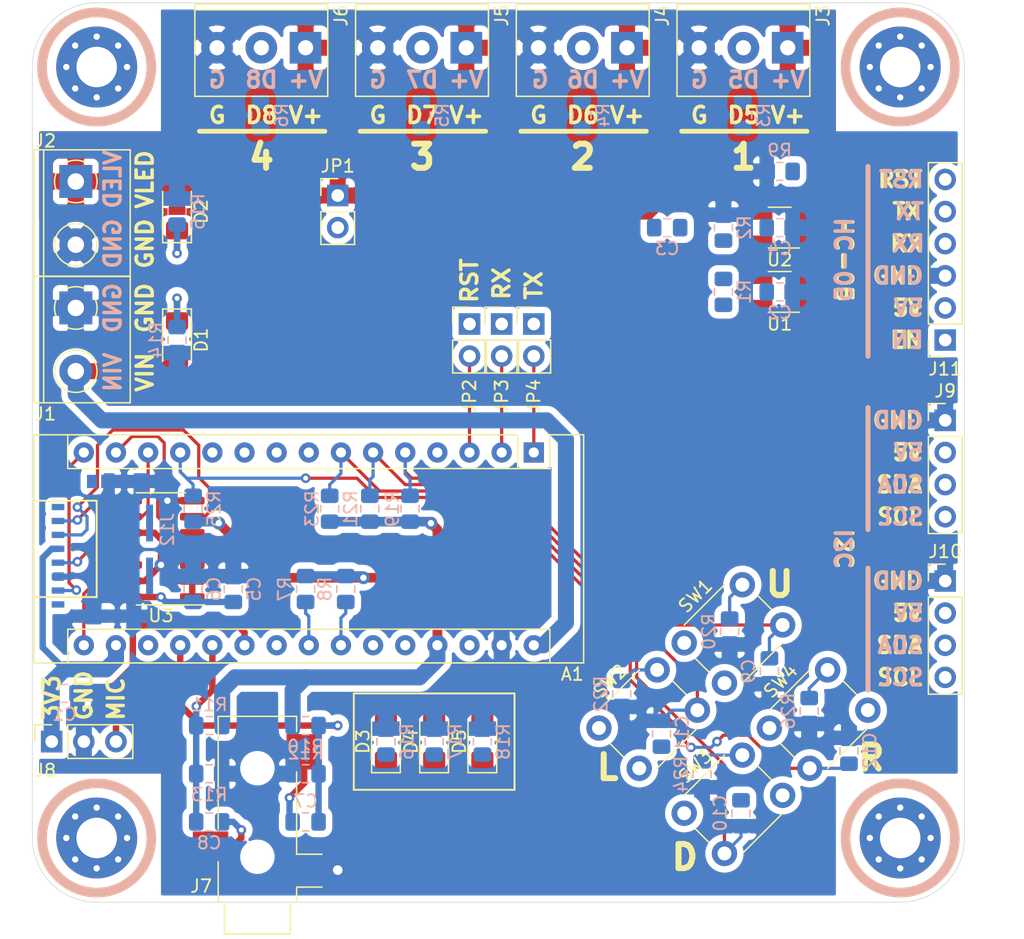
<source format=kicad_pcb>
(kicad_pcb (version 20171130) (host pcbnew "(5.1.5)-3")
  (title_block (title "Bifrost RGB LED Controller") (date 2020-01-03) (rev A) (company "Ruddock House Electrical Engineering") (comment 1 "California Institute of Technology") (comment 2 "BS EE 2020") (comment 3 "Ray Sun"))
  (layers (0 F.Cu signal) (31 B.Cu signal) (34 B.Paste user) (35 F.Paste user) (36 B.SilkS user) (37 F.SilkS user) (38 B.Mask user) (39 F.Mask user) (44 Edge.Cuts user))
  (net 0 "")
  (net 1 "Net-(A1-Pad1)")
  (net 2 +3V3)
  (net 3 "Net-(A1-Pad2)")
  (net 4 "Net-(A1-Pad18)")
  (net 5 "Net-(A1-Pad3)")
  (net 6 /AUD_L)
  (net 7 "Net-(A1-Pad4)")
  (net 8 /AUD_R)
  (net 9 /BTN1)
  (net 10 /MIC_IN)
  (net 11 /BTN2)
  (net 12 /BTN3)
  (net 13 /I2C_SDA)
  (net 14 "Net-(A1-Pad8)")
  (net 15 /I2C_SCL)
  (net 16 "Net-(A1-Pad9)")
  (net 17 "Net-(A1-Pad10)")
  (net 18 "Net-(A1-Pad11)")
  (net 19 /LED1)
  (net 20 "Net-(A1-Pad28)")
  (net 21 /LED2)
  (net 22 /LED3)
  (net 23 VBUS)
  (net 24 /BTN4)
  (net 25 /AUD_IN_L)
  (net 26 /AUD_IN_R)
  (net 27 GND)
  (net 28 /BT_RST)
  (net 29 "Net-(H1-Pad1)")
  (net 30 "Net-(H2-Pad1)")
  (net 31 "Net-(H3-Pad1)")
  (net 32 "Net-(H4-Pad1)")
  (net 33 /OUT1)
  (net 34 /OUT2)
  (net 35 /OUT3)
  (net 36 /OUT4)
  (net 37 +5V)
  (net 38 /BT_ST)
  (net 39 /BT_RX)
  (net 40 /BT_TX)
  (net 41 /BT_EN)
  (net 42 /~CS)
  (net 43 /MOSI)
  (net 44 /MISO)
  (net 45 /SCK)
  (net 46 "Net-(C3-Pad2)")
  (net 47 "Net-(D1-Pad1)")
  (net 48 "Net-(D2-Pad1)")
  (net 49 "Net-(D3-Pad1)")
  (net 50 "Net-(D4-Pad1)")
  (net 51 "Net-(D5-Pad1)")
  (net 52 "Net-(J12-Pad8)")
  (net 53 "Net-(J12-Pad5)")
  (net 54 "Net-(J12-Pad3)")
  (net 55 "Net-(J12-Pad2)")
  (net 56 "Net-(J12-Pad9)")
  (net 57 "Net-(J12-Pad1)")
  (net 58 "Net-(JP4-Pad1)")
  (net 59 "Net-(R22-Pad1)")
  (net 60 "Net-(R26-Pad1)")
  (net 61 "Net-(U2-Pad1)")
  (net 62 "Net-(JP3-Pad1)")
  (net 63 VDD)
  (net 64 "Net-(U3-Pad3)")
  (net 65 "Net-(R20-Pad1)")
  (net 66 "Net-(R24-Pad1)")
  (module Module:Arduino_Nano (layer F.Cu) (at 166.624 88.9 270)
    (fp_text reference A1 (at 17.526 -3.048 180) (layer F.SilkS))
    (fp_text value Arduino_Nano_v3.x)
    (pad 16 thru_hole oval (at 15.24 35.56 270) (size 1.6 1.6) (drill 0.8) (layers *.Cu *.Mask) (net 45 /SCK))
    (pad 15 thru_hole oval (at 0 35.56 270) (size 1.6 1.6) (drill 0.8) (layers *.Cu *.Mask) (net 44 /MISO))
    (pad 30 thru_hole oval (at 15.24 0 270) (size 1.6 1.6) (drill 0.8) (layers *.Cu *.Mask) (net 23 VBUS))
    (pad 14 thru_hole oval (at 0 33.02 270) (size 1.6 1.6) (drill 0.8) (layers *.Cu *.Mask) (net 43 /MOSI))
    (pad 29 thru_hole oval (at 15.24 2.54 270) (size 1.6 1.6) (drill 0.8) (layers *.Cu *.Mask) (net 27 GND))
    (pad 13 thru_hole oval (at 0 30.48 270) (size 1.6 1.6) (drill 0.8) (layers *.Cu *.Mask) (net 42 /~CS))
    (pad 28 thru_hole oval (at 15.24 5.08 270) (size 1.6 1.6) (drill 0.8) (layers *.Cu *.Mask) (net 20 "Net-(A1-Pad28)"))
    (pad 12 thru_hole oval (at 0 27.94 270) (size 1.6 1.6) (drill 0.8) (layers *.Cu *.Mask) (net 24 /BTN4))
    (pad 27 thru_hole oval (at 15.24 7.62 270) (size 1.6 1.6) (drill 0.8) (layers *.Cu *.Mask) (net 37 +5V))
    (pad 11 thru_hole oval (at 0 25.4 270) (size 1.6 1.6) (drill 0.8) (layers *.Cu *.Mask) (net 18 "Net-(A1-Pad11)"))
    (pad 26 thru_hole oval (at 15.24 10.16 270) (size 1.6 1.6) (drill 0.8) (layers *.Cu *.Mask) (net 22 /LED3))
    (pad 10 thru_hole oval (at 0 22.86 270) (size 1.6 1.6) (drill 0.8) (layers *.Cu *.Mask) (net 17 "Net-(A1-Pad10)"))
    (pad 25 thru_hole oval (at 15.24 12.7 270) (size 1.6 1.6) (drill 0.8) (layers *.Cu *.Mask) (net 21 /LED2))
    (pad 9 thru_hole oval (at 0 20.32 270) (size 1.6 1.6) (drill 0.8) (layers *.Cu *.Mask) (net 16 "Net-(A1-Pad9)"))
    (pad 24 thru_hole oval (at 15.24 15.24 270) (size 1.6 1.6) (drill 0.8) (layers *.Cu *.Mask) (net 15 /I2C_SCL))
    (pad 8 thru_hole oval (at 0 17.78 270) (size 1.6 1.6) (drill 0.8) (layers *.Cu *.Mask) (net 14 "Net-(A1-Pad8)"))
    (pad 23 thru_hole oval (at 15.24 17.78 270) (size 1.6 1.6) (drill 0.8) (layers *.Cu *.Mask) (net 13 /I2C_SDA))
    (pad 7 thru_hole oval (at 0 15.24 270) (size 1.6 1.6) (drill 0.8) (layers *.Cu *.Mask) (net 12 /BTN3))
    (pad 22 thru_hole oval (at 15.24 20.32 270) (size 1.6 1.6) (drill 0.8) (layers *.Cu *.Mask) (net 19 /LED1))
    (pad 6 thru_hole oval (at 0 12.7 270) (size 1.6 1.6) (drill 0.8) (layers *.Cu *.Mask) (net 11 /BTN2))
    (pad 21 thru_hole oval (at 15.24 22.86 270) (size 1.6 1.6) (drill 0.8) (layers *.Cu *.Mask) (net 10 /MIC_IN))
    (pad 5 thru_hole oval (at 0 10.16 270) (size 1.6 1.6) (drill 0.8) (layers *.Cu *.Mask) (net 9 /BTN1))
    (pad 20 thru_hole oval (at 15.24 25.4 270) (size 1.6 1.6) (drill 0.8) (layers *.Cu *.Mask) (net 8 /AUD_R))
    (pad 4 thru_hole oval (at 0 7.62 270) (size 1.6 1.6) (drill 0.8) (layers *.Cu *.Mask) (net 7 "Net-(A1-Pad4)"))
    (pad 19 thru_hole oval (at 15.24 27.94 270) (size 1.6 1.6) (drill 0.8) (layers *.Cu *.Mask) (net 6 /AUD_L))
    (pad 3 thru_hole oval (at 0 5.08 270) (size 1.6 1.6) (drill 0.8) (layers *.Cu *.Mask) (net 5 "Net-(A1-Pad3)"))
    (pad 18 thru_hole oval (at 15.24 30.48 270) (size 1.6 1.6) (drill 0.8) (layers *.Cu *.Mask) (net 4 "Net-(A1-Pad18)"))
    (pad 2 thru_hole oval (at 0 2.54 270) (size 1.6 1.6) (drill 0.8) (layers *.Cu *.Mask) (net 3 "Net-(A1-Pad2)"))
    (pad 17 thru_hole oval (at 15.24 33.02 270) (size 1.6 1.6) (drill 0.8) (layers *.Cu *.Mask) (net 2 +3V3))
    (pad 1 thru_hole rect (at 0 0 270) (size 1.6 1.6) (drill 0.8) (layers *.Cu *.Mask) (net 1 "Net-(A1-Pad1)"))
  )
  (module bifrost:microSD_Molex_1051620001 (layer B.Cu) (at 128.524 92.964 90)
    (fp_text reference J12 (at -2.032 9.144 90) (layer B.SilkS) (effects (justify mirror)))
    (fp_text value Micro_SD_Card_Det_Single)
    (pad 11 smd rect (at -2.96 7.46 90) (size 2.91 0.55) (drill (offset 1.45 0.275)) (layers B.Cu B.Paste B.Mask))
    (pad 8 smd rect (at -7.95 0.5 90) (size 0.5 1) (layers B.Cu B.Paste B.Mask) (net 52 "Net-(J12-Pad8)"))
    (pad 7 smd rect (at -6.85 0.5 90) (size 0.5 1) (layers B.Cu B.Paste B.Mask) (net 44 /MISO))
    (pad 6 smd rect (at -5.75 0.5 90) (size 0.5 1) (layers B.Cu B.Paste B.Mask) (net 27 GND))
    (pad 5 smd rect (at -4.65 0.5 90) (size 0.5 1) (layers B.Cu B.Paste B.Mask) (net 53 "Net-(J12-Pad5)"))
    (pad 4 smd rect (at -3.55 0.5 90) (size 0.5 1) (layers B.Cu B.Paste B.Mask) (net 2 +3V3))
    (pad 3 smd rect (at -2.45 0.5 90) (size 0.5 1) (layers B.Cu B.Paste B.Mask) (net 54 "Net-(J12-Pad3)"))
    (pad 2 smd rect (at -1.35 0.5 90) (size 0.5 1) (layers B.Cu B.Paste B.Mask) (net 55 "Net-(J12-Pad2)"))
    (pad 9 smd rect (at 1.775 3.18 90) (size 1.05 0.78) (layers B.Cu B.Paste B.Mask) (net 56 "Net-(J12-Pad9)"))
    (pad 11 smd rect (at -7.15 7.46 90) (size 2.91 0.55) (drill (offset 1.45 0.275)) (layers B.Cu B.Paste B.Mask))
    (pad 10 smd rect (at 1.25 6.46 90) (size 1.05 1.2) (drill (offset 0.525 0.6)) (layers B.Cu B.Paste B.Mask) (net 27 GND))
    (pad 10 smd rect (at -9.4 2.11 90) (size 1.05 2.39) (drill (offset 0.525 1.1945)) (layers B.Cu B.Paste B.Mask) (net 27 GND))
    (pad 10 smd rect (at 1.25 3.91 90) (size 1.05 1.08) (drill (offset 0.525 0.54)) (layers B.Cu B.Paste B.Mask) (net 27 GND))
    (pad 10 smd rect (at -9.4 5.89 90) (size 1.05 1.2) (drill (offset 0.525 0.6)) (layers B.Cu B.Paste B.Mask) (net 27 GND))
    (pad 1 smd rect (at -0.25 0.5 90) (size 0.5 1) (layers B.Cu B.Paste B.Mask) (net 57 "Net-(J12-Pad1)"))
  )
  (module Connector_PinSocket_2.54mm:PinSocket_1x06_P2.54mm_Vertical (layer F.Cu) (at 199.136 80.01 180)
    (fp_text reference J11 (at 0 -2.286) (layer F.SilkS))
    (fp_text value Conn_0.1_01x06)
    (pad 6 thru_hole oval (at 0 12.7 180) (size 1.7 1.7) (drill 1) (layers *.Cu *.Mask) (net 38 /BT_ST))
    (pad 5 thru_hole oval (at 0 10.16 180) (size 1.7 1.7) (drill 1) (layers *.Cu *.Mask) (net 39 /BT_RX))
    (pad 4 thru_hole oval (at 0 7.62 180) (size 1.7 1.7) (drill 1) (layers *.Cu *.Mask) (net 40 /BT_TX))
    (pad 3 thru_hole oval (at 0 5.08 180) (size 1.7 1.7) (drill 1) (layers *.Cu *.Mask) (net 27 GND))
    (pad 2 thru_hole oval (at 0 2.54 180) (size 1.7 1.7) (drill 1) (layers *.Cu *.Mask) (net 37 +5V))
    (pad 1 thru_hole rect (at 0 0 180) (size 1.7 1.7) (drill 1) (layers *.Cu *.Mask) (net 41 /BT_EN))
  )
  (module Package_SO:SOIC-14_3.9x8.7mm_P1.27mm (layer F.Cu) (at 137.16 96.52 180)
    (fp_text reference U3 (at 0 -5.28) (layer F.SilkS))
    (fp_text value 74AHCT125)
    (pad 14 smd roundrect (at 2.475 -3.81 180) (size 1.95 0.6) (layers F.Cu F.Paste F.Mask) (net 2 +3V3))
    (pad 13 smd roundrect (at 2.475 -2.54 180) (size 1.95 0.6) (layers F.Cu F.Paste F.Mask) (net 27 GND))
    (pad 12 smd roundrect (at 2.475 -1.27 180) (size 1.95 0.6) (layers F.Cu F.Paste F.Mask) (net 45 /SCK))
    (pad 11 smd roundrect (at 2.475 0 180) (size 1.95 0.6) (layers F.Cu F.Paste F.Mask) (net 53 "Net-(J12-Pad5)"))
    (pad 10 smd roundrect (at 2.475 1.27 180) (size 1.95 0.6) (layers F.Cu F.Paste F.Mask) (net 27 GND))
    (pad 9 smd roundrect (at 2.475 2.54 180) (size 1.95 0.6) (layers F.Cu F.Paste F.Mask) (net 42 /~CS))
    (pad 8 smd roundrect (at 2.475 3.81 180) (size 1.95 0.6) (layers F.Cu F.Paste F.Mask) (net 55 "Net-(J12-Pad2)"))
    (pad 7 smd roundrect (at -2.475 3.81 180) (size 1.95 0.6) (layers F.Cu F.Paste F.Mask) (net 27 GND))
    (pad 6 smd roundrect (at -2.475 2.54 180) (size 1.95 0.6) (layers F.Cu F.Paste F.Mask) (net 54 "Net-(J12-Pad3)"))
    (pad 5 smd roundrect (at -2.475 1.27 180) (size 1.95 0.6) (layers F.Cu F.Paste F.Mask) (net 43 /MOSI))
    (pad 4 smd roundrect (at -2.475 0 180) (size 1.95 0.6) (layers F.Cu F.Paste F.Mask) (net 27 GND))
    (pad 3 smd roundrect (at -2.475 -1.27 180) (size 1.95 0.6) (layers F.Cu F.Paste F.Mask) (net 64 "Net-(U3-Pad3)"))
    (pad 2 smd roundrect (at -2.475 -2.54 180) (size 1.95 0.6) (layers F.Cu F.Paste F.Mask) (net 27 GND))
    (pad 1 smd roundrect (at -2.475 -3.81 180) (size 1.95 0.6) (layers F.Cu F.Paste F.Mask) (net 27 GND))
  )
  (module Package_TO_SOT_SMD:SOT-23-5_HandSoldering (layer F.Cu) (at 186.055 71.12 180)
    (fp_text reference U2 (at 0 -2.54) (layer F.SilkS))
    (fp_text value 74LVC1G14)
    (pad 5 smd rect (at 1.35 -0.95 180) (size 1.56 0.65) (layers F.Cu F.Paste F.Mask) (net 37 +5V))
    (pad 4 smd rect (at 1.35 0.95 180) (size 1.56 0.65) (layers F.Cu F.Paste F.Mask) (net 46 "Net-(C3-Pad2)"))
    (pad 3 smd rect (at -1.35 0.95 180) (size 1.56 0.65) (layers F.Cu F.Paste F.Mask) (net 27 GND))
    (pad 2 smd rect (at -1.35 0 180) (size 1.56 0.65) (layers F.Cu F.Paste F.Mask) (net 38 /BT_ST))
    (pad 1 smd rect (at -1.35 -0.95 180) (size 1.56 0.65) (layers F.Cu F.Paste F.Mask) (net 61 "Net-(U2-Pad1)"))
  )
  (module Package_TO_SOT_SMD:SOT-23-5_HandSoldering (layer F.Cu) (at 186.055 76.2 180)
    (fp_text reference U1 (at 0 -2.54) (layer F.SilkS))
    (fp_text value 74LVC1G17)
    (pad 5 smd rect (at 1.35 -0.95 180) (size 1.56 0.65) (layers F.Cu F.Paste F.Mask) (net 37 +5V))
    (pad 4 smd rect (at 1.35 0.95 180) (size 1.56 0.65) (layers F.Cu F.Paste F.Mask) (net 62 "Net-(JP3-Pad1)"))
    (pad 3 smd rect (at -1.35 0.95 180) (size 1.56 0.65) (layers F.Cu F.Paste F.Mask) (net 27 GND))
    (pad 2 smd rect (at -1.35 0 180) (size 1.56 0.65) (layers F.Cu F.Paste F.Mask) (net 40 /BT_TX))
    (pad 1 smd rect (at -1.35 -0.95 180) (size 1.56 0.65) (layers F.Cu F.Paste F.Mask))
  )
  (module Resistor_SMD:R_0805_2012Metric_Pad1.15x1.40mm_HandSolder (layer B.Cu) (at 138.43 80.01 270)
    (fp_text reference R14 (at 0 1.65 270) (layer B.SilkS) (effects (justify mirror)))
    (fp_text value 1K)
    (pad 2 smd roundrect (at 1.025 0 270) (size 1.15 1.4) (layers B.Cu B.Paste B.Mask) (roundrect_rratio 0.217391) (net 27 GND))
    (pad 1 smd roundrect (at -1.025 0 270) (size 1.15 1.4) (layers B.Cu B.Paste B.Mask) (roundrect_rratio 0.217391) (net 47 "Net-(D1-Pad1)"))
  )
  (module Resistor_SMD:R_0805_2012Metric_Pad1.15x1.40mm_HandSolder (layer B.Cu) (at 186.055 66.675 180)
    (fp_text reference R9 (at 0 1.65 180) (layer B.SilkS) (effects (justify mirror)))
    (fp_text value 10K)
    (pad 2 smd roundrect (at 1.025 0 180) (size 1.15 1.4) (layers B.Cu B.Paste B.Mask) (roundrect_rratio 0.217391) (net 27 GND))
    (pad 1 smd roundrect (at -1.025 0 180) (size 1.15 1.4) (layers B.Cu B.Paste B.Mask) (roundrect_rratio 0.217391) (net 38 /BT_ST))
  )
  (module Resistor_SMD:R_0805_2012Metric_Pad1.15x1.40mm_HandSolder (layer B.Cu) (at 181.61 71.12 90)
    (fp_text reference R2 (at 0 1.65 90) (layer B.SilkS) (effects (justify mirror)))
    (fp_text value 2K)
    (pad 2 smd roundrect (at 1.025 0 90) (size 1.15 1.4) (layers B.Cu B.Paste B.Mask) (roundrect_rratio 0.217391) (net 27 GND))
    (pad 1 smd roundrect (at -1.025 0 90) (size 1.15 1.4) (layers B.Cu B.Paste B.Mask) (roundrect_rratio 0.217391) (net 39 /BT_RX))
  )
  (module Resistor_SMD:R_0805_2012Metric_Pad1.15x1.40mm_HandSolder (layer B.Cu) (at 181.61 76.2 90)
    (fp_text reference R1 (at 0 1.65 90) (layer B.SilkS) (effects (justify mirror)))
    (fp_text value 1K)
    (pad 2 smd roundrect (at 1.025 0 90) (size 1.15 1.4) (layers B.Cu B.Paste B.Mask) (roundrect_rratio 0.217391) (net 39 /BT_RX))
    (pad 1 smd roundrect (at -1.025 0 90) (size 1.15 1.4) (layers B.Cu B.Paste B.Mask) (roundrect_rratio 0.217391) (net 58 "Net-(JP4-Pad1)"))
  )
  (module Connector_PinHeader_2.54mm:PinHeader_1x02_P2.54mm_Vertical (layer F.Cu) (at 166.624 78.74)
    (fp_text reference JP4 (at 0 5.715 90) (layer F.SilkS))
    (fp_text value Jumper_NO_Small)
    (pad 2 thru_hole oval (at 0 2.54) (size 1.7 1.7) (drill 1) (layers *.Cu *.Mask) (net 1 "Net-(A1-Pad1)"))
    (pad 1 thru_hole rect (at 0 0) (size 1.7 1.7) (drill 1) (layers *.Cu *.Mask) (net 58 "Net-(JP4-Pad1)"))
  )
  (module Connector_PinHeader_2.54mm:PinHeader_1x02_P2.54mm_Vertical (layer F.Cu) (at 161.544 78.74)
    (fp_text reference JP2 (at 0 5.715 90) (layer F.SilkS))
    (fp_text value Jumper_NO_Small)
    (pad 2 thru_hole oval (at 0 2.54) (size 1.7 1.7) (drill 1) (layers *.Cu *.Mask) (net 5 "Net-(A1-Pad3)"))
    (pad 1 thru_hole rect (at 0 0) (size 1.7 1.7) (drill 1) (layers *.Cu *.Mask) (net 28 /BT_RST))
  )
  (module Connector_PinHeader_2.54mm:PinHeader_1x02_P2.54mm_Vertical (layer F.Cu) (at 164.084 78.74)
    (fp_text reference JP3 (at 0 5.715 90) (layer F.SilkS))
    (fp_text value Jumper_NO_Small)
    (pad 2 thru_hole oval (at 0 2.54) (size 1.7 1.7) (drill 1) (layers *.Cu *.Mask) (net 3 "Net-(A1-Pad2)"))
    (pad 1 thru_hole rect (at 0 0) (size 1.7 1.7) (drill 1) (layers *.Cu *.Mask) (net 62 "Net-(JP3-Pad1)"))
  )
  (module Connector_PinHeader_2.54mm:PinHeader_1x02_P2.54mm_Vertical (layer F.Cu) (at 151.13 68.58)
    (fp_text reference JP1 (at 0 -2.33) (layer F.SilkS))
    (fp_text value Jumper_NO_Small)
    (pad 2 thru_hole oval (at 0 2.54) (size 1.7 1.7) (drill 1) (layers *.Cu *.Mask) (net 37 +5V))
    (pad 1 thru_hole rect (at 0 0) (size 1.7 1.7) (drill 1) (layers *.Cu *.Mask) (net 63 VDD))
  )
  (module bifrost:TerminalBlock_Molex_393570003_1x03_P3.50mm_Horizontal (layer F.Cu) (at 148.59 56.896 180)
    (fp_text reference J6 (at -2.794 2.54 90) (layer F.SilkS))
    (fp_text value 393570003 hide)
    (pad 2 thru_hole circle (at 3.5 0 180) (size 2.5 2.5) (drill 1.2) (layers *.Cu *.Mask) (net 36 /OUT4))
    (pad 1 thru_hole rect (at 0 0 180) (size 2.5 2.5) (drill 1.2) (layers *.Cu *.Mask) (net 63 VDD))
    (pad 3 thru_hole circle (at 7 0 180) (size 2.5 2.5) (drill 1.2) (layers *.Cu *.Mask) (net 27 GND))
  )
  (module bifrost:TerminalBlock_Molex_393570003_1x03_P3.50mm_Horizontal (layer F.Cu) (at 161.29 56.896 180)
    (fp_text reference J5 (at -2.794 2.54 90) (layer F.SilkS))
    (fp_text value 393570003 hide)
    (pad 3 thru_hole circle (at 7 0 180) (size 2.5 2.5) (drill 1.2) (layers *.Cu *.Mask) (net 27 GND))
    (pad 1 thru_hole rect (at 0 0 180) (size 2.5 2.5) (drill 1.2) (layers *.Cu *.Mask) (net 63 VDD))
    (pad 2 thru_hole circle (at 3.5 0 180) (size 2.5 2.5) (drill 1.2) (layers *.Cu *.Mask) (net 35 /OUT3))
  )
  (module bifrost:TerminalBlock_Molex_393570003_1x03_P3.50mm_Horizontal (layer F.Cu) (at 173.99 56.896 180)
    (fp_text reference J4 (at -2.794 2.54 90) (layer F.SilkS))
    (fp_text value 393570003 hide)
    (pad 3 thru_hole circle (at 7 0 180) (size 2.5 2.5) (drill 1.2) (layers *.Cu *.Mask) (net 27 GND))
    (pad 1 thru_hole rect (at 0 0 180) (size 2.5 2.5) (drill 1.2) (layers *.Cu *.Mask) (net 63 VDD))
    (pad 2 thru_hole circle (at 3.5 0 180) (size 2.5 2.5) (drill 1.2) (layers *.Cu *.Mask) (net 34 /OUT2))
  )
  (module bifrost:TerminalBlock_Molex_393570003_1x03_P3.50mm_Horizontal (layer F.Cu) (at 186.69 56.896 180)
    (fp_text reference J3 (at -2.794 2.54 90) (layer F.SilkS))
    (fp_text value 393570003 hide)
    (pad 3 thru_hole circle (at 7 0 180) (size 2.5 2.5) (drill 1.2) (layers *.Cu *.Mask) (net 27 GND))
    (pad 1 thru_hole rect (at 0 0 180) (size 2.5 2.5) (drill 1.2) (layers *.Cu *.Mask) (net 63 VDD))
    (pad 2 thru_hole circle (at 3.5 0 180) (size 2.5 2.5) (drill 1.2) (layers *.Cu *.Mask) (net 33 /OUT1))
  )
  (module bifrost:TerminalBlock_Molex_395430602_1x02_P5.00mm_Horizontal (layer F.Cu) (at 130.429 67.47 270)
    (fp_text reference J2 (at -3.208 2.413 180) (layer F.SilkS))
    (fp_text value 395430002 hide)
    (pad 2 thru_hole circle (at 5 0 270) (size 2.6 2.6) (drill 1.3) (layers *.Cu *.Mask) (net 27 GND))
    (pad 1 thru_hole rect (at 0 0 270) (size 2.6 2.6) (drill 1.3) (layers *.Cu *.Mask) (net 63 VDD))
  )
  (module bifrost:TerminalBlock_Molex_395430602_1x02_P5.00mm_Horizontal (layer F.Cu) (at 130.429 77.47 270)
    (fp_text reference J1 (at 8.382 2.413 180) (layer F.SilkS))
    (fp_text value 395430002 hide)
    (pad 1 thru_hole rect (at 0 0 270) (size 2.6 2.6) (drill 1.3) (layers *.Cu *.Mask) (net 27 GND))
    (pad 2 thru_hole circle (at 5 0 270) (size 2.6 2.6) (drill 1.3) (layers *.Cu *.Mask) (net 23 VBUS))
  )
  (module LED_SMD:LED_1206_3216Metric_Pad1.42x1.75mm_HandSolder (layer F.Cu) (at 138.43 80.01 270)
    (fp_text reference D1 (at 0 -1.905 90) (layer F.SilkS))
    (fp_text value RED)
    (pad 2 smd roundrect (at 1.4875 0 270) (size 1.425 1.75) (layers F.Cu F.Paste F.Mask) (roundrect_rratio 0.175439) (net 23 VBUS))
    (pad 1 smd roundrect (at -1.4875 0 270) (size 1.425 1.75) (layers F.Cu F.Paste F.Mask) (roundrect_rratio 0.175439) (net 47 "Net-(D1-Pad1)"))
  )
  (module Capacitor_SMD:C_0805_2012Metric_Pad1.15x1.40mm_HandSolder (layer B.Cu) (at 139.7 99.695 90)
    (fp_text reference C6 (at 0 1.65 90) (layer B.SilkS) (effects (justify mirror)))
    (fp_text value 0.1uF)
    (pad 2 smd roundrect (at 1.025 0 90) (size 1.15 1.4) (layers B.Cu B.Paste B.Mask) (roundrect_rratio 0.217391) (net 27 GND))
    (pad 1 smd roundrect (at -1.025 0 90) (size 1.15 1.4) (layers B.Cu B.Paste B.Mask) (roundrect_rratio 0.217391) (net 2 +3V3))
  )
  (module Capacitor_SMD:C_0805_2012Metric_Pad1.15x1.40mm_HandSolder (layer B.Cu) (at 142.875 99.695 90)
    (fp_text reference C5 (at 0 1.65 270) (layer B.SilkS) (effects (justify mirror)))
    (fp_text value 1uF)
    (pad 2 smd roundrect (at 1.025 0 90) (size 1.15 1.4) (layers B.Cu B.Paste B.Mask) (roundrect_rratio 0.217391) (net 27 GND))
    (pad 1 smd roundrect (at -1.025 0 90) (size 1.15 1.4) (layers B.Cu B.Paste B.Mask) (roundrect_rratio 0.217391) (net 2 +3V3))
  )
  (module Capacitor_SMD:C_0805_2012Metric_Pad1.15x1.40mm_HandSolder (layer B.Cu) (at 186.055 71.12)
    (fp_text reference C4 (at 0 1.65) (layer B.SilkS) (effects (justify mirror)))
    (fp_text value 0.1uF)
    (pad 2 smd roundrect (at 1.025 0) (size 1.15 1.4) (layers B.Cu B.Paste B.Mask) (roundrect_rratio 0.217391) (net 27 GND))
    (pad 1 smd roundrect (at -1.025 0) (size 1.15 1.4) (layers B.Cu B.Paste B.Mask) (roundrect_rratio 0.217391) (net 37 +5V))
  )
  (module Capacitor_SMD:C_0805_2012Metric_Pad1.15x1.40mm_HandSolder (layer B.Cu) (at 177.165 71.12)
    (fp_text reference C3 (at 0 1.65) (layer B.SilkS) (effects (justify mirror)))
    (fp_text value 0.1uF)
    (pad 2 smd roundrect (at 1.025 0) (size 1.15 1.4) (layers B.Cu B.Paste B.Mask) (roundrect_rratio 0.217391) (net 46 "Net-(C3-Pad2)"))
    (pad 1 smd roundrect (at -1.025 0) (size 1.15 1.4) (layers B.Cu B.Paste B.Mask) (roundrect_rratio 0.217391) (net 28 /BT_RST))
  )
  (module Capacitor_SMD:C_0805_2012Metric_Pad1.15x1.40mm_HandSolder (layer B.Cu) (at 186.055 76.2)
    (fp_text reference C2 (at 0 1.65) (layer B.SilkS) (effects (justify mirror)))
    (fp_text value 0.1uF)
    (pad 2 smd roundrect (at 1.025 0) (size 1.15 1.4) (layers B.Cu B.Paste B.Mask) (roundrect_rratio 0.217391) (net 27 GND))
    (pad 1 smd roundrect (at -1.025 0) (size 1.15 1.4) (layers B.Cu B.Paste B.Mask) (roundrect_rratio 0.217391) (net 37 +5V))
  )
  (module Button_Switch_THT:SW_PUSH_6mm_H5mm (layer F.Cu) (at 185.244794 110.688525 45)
    (fp_text reference SW4 (at 3.25 -2 45) (layer F.SilkS))
    (fp_text value SW_Push)
    (pad 2 thru_hole circle (at 0 4.5 135) (size 2 2) (drill 1.1) (layers *.Cu *.Mask) (net 24 /BTN4))
    (pad 1 thru_hole circle (at 0 0 135) (size 2 2) (drill 1.1) (layers *.Cu *.Mask) (net 60 "Net-(R26-Pad1)"))
    (pad 2 thru_hole circle (at 6.5 4.5 135) (size 2 2) (drill 1.1) (layers *.Cu *.Mask) (net 24 /BTN4))
    (pad 1 thru_hole circle (at 6.5 0 135) (size 2 2) (drill 1.1) (layers *.Cu *.Mask) (net 60 "Net-(R26-Pad1)"))
  )
  (module Button_Switch_THT:SW_PUSH_6mm_H5mm (layer F.Cu) (at 178.509602 117.423717 45)
    (fp_text reference SW3 (at 3.25 -2 45) (layer F.SilkS))
    (fp_text value SW_Push)
    (pad 2 thru_hole circle (at 0 4.5 135) (size 2 2) (drill 1.1) (layers *.Cu *.Mask) (net 12 /BTN3))
    (pad 1 thru_hole circle (at 0 0 135) (size 2 2) (drill 1.1) (layers *.Cu *.Mask) (net 66 "Net-(R24-Pad1)"))
    (pad 2 thru_hole circle (at 6.5 4.5 135) (size 2 2) (drill 1.1) (layers *.Cu *.Mask) (net 12 /BTN3))
    (pad 1 thru_hole circle (at 6.5 0 135) (size 2 2) (drill 1.1) (layers *.Cu *.Mask) (net 66 "Net-(R24-Pad1)"))
  )
  (module Button_Switch_THT:SW_PUSH_6mm_H5mm (layer F.Cu) (at 171.77441 110.688525 45)
    (fp_text reference SW2 (at 3.25 -2 45) (layer F.SilkS))
    (fp_text value SW_Push)
    (pad 2 thru_hole circle (at 0 4.5 135) (size 2 2) (drill 1.1) (layers *.Cu *.Mask) (net 11 /BTN2))
    (pad 1 thru_hole circle (at 0 0 135) (size 2 2) (drill 1.1) (layers *.Cu *.Mask) (net 59 "Net-(R22-Pad1)"))
    (pad 2 thru_hole circle (at 6.5 4.5 135) (size 2 2) (drill 1.1) (layers *.Cu *.Mask) (net 11 /BTN2))
    (pad 1 thru_hole circle (at 6.5 0 135) (size 2 2) (drill 1.1) (layers *.Cu *.Mask) (net 59 "Net-(R22-Pad1)"))
  )
  (module Button_Switch_THT:SW_PUSH_6mm_H5mm (layer F.Cu) (at 178.509602 103.953333 45)
    (fp_text reference SW1 (at 3.25 -2 45) (layer F.SilkS))
    (fp_text value SW_Push)
    (pad 2 thru_hole circle (at 0 4.5 135) (size 2 2) (drill 1.1) (layers *.Cu *.Mask) (net 9 /BTN1))
    (pad 1 thru_hole circle (at 0 0 135) (size 2 2) (drill 1.1) (layers *.Cu *.Mask) (net 65 "Net-(R20-Pad1)"))
    (pad 2 thru_hole circle (at 6.5 4.5 135) (size 2 2) (drill 1.1) (layers *.Cu *.Mask) (net 9 /BTN1))
    (pad 1 thru_hole circle (at 6.5 0 135) (size 2 2) (drill 1.1) (layers *.Cu *.Mask) (net 65 "Net-(R20-Pad1)"))
  )
  (module Resistor_SMD:R_0805_2012Metric_Pad1.15x1.40mm_HandSolder (layer B.Cu) (at 145.034 62.23 90)
    (fp_text reference R6 (at 0 1.65 270) (layer B.SilkS) (effects (justify mirror)))
    (fp_text value 330)
    (pad 2 smd roundrect (at 1.025 0 90) (size 1.15 1.4) (layers B.Cu B.Paste B.Mask) (roundrect_rratio 0.217391) (net 36 /OUT4))
    (pad 1 smd roundrect (at -1.025 0 90) (size 1.15 1.4) (layers B.Cu B.Paste B.Mask) (roundrect_rratio 0.217391) (net 18 "Net-(A1-Pad11)"))
  )
  (module Resistor_SMD:R_0805_2012Metric_Pad1.15x1.40mm_HandSolder (layer B.Cu) (at 157.734 62.23 90)
    (fp_text reference R5 (at 0 1.65 270) (layer B.SilkS) (effects (justify mirror)))
    (fp_text value 330)
    (pad 2 smd roundrect (at 1.025 0 90) (size 1.15 1.4) (layers B.Cu B.Paste B.Mask) (roundrect_rratio 0.217391) (net 35 /OUT3))
    (pad 1 smd roundrect (at -1.025 0 90) (size 1.15 1.4) (layers B.Cu B.Paste B.Mask) (roundrect_rratio 0.217391) (net 17 "Net-(A1-Pad10)"))
  )
  (module Resistor_SMD:R_0805_2012Metric_Pad1.15x1.40mm_HandSolder (layer B.Cu) (at 170.434 62.23 90)
    (fp_text reference R4 (at 0 1.65 270) (layer B.SilkS) (effects (justify mirror)))
    (fp_text value 330)
    (pad 2 smd roundrect (at 1.025 0 90) (size 1.15 1.4) (layers B.Cu B.Paste B.Mask) (roundrect_rratio 0.217391) (net 34 /OUT2))
    (pad 1 smd roundrect (at -1.025 0 90) (size 1.15 1.4) (layers B.Cu B.Paste B.Mask) (roundrect_rratio 0.217391) (net 16 "Net-(A1-Pad9)"))
  )
  (module Resistor_SMD:R_0805_2012Metric_Pad1.15x1.40mm_HandSolder (layer B.Cu) (at 183.134 62.23 90)
    (fp_text reference R3 (at 0 1.65 270) (layer B.SilkS) (effects (justify mirror)))
    (fp_text value 330)
    (pad 2 smd roundrect (at 1.025 0 90) (size 1.15 1.4) (layers B.Cu B.Paste B.Mask) (roundrect_rratio 0.217391) (net 33 /OUT1))
    (pad 1 smd roundrect (at -1.025 0 90) (size 1.15 1.4) (layers B.Cu B.Paste B.Mask) (roundrect_rratio 0.217391) (net 14 "Net-(A1-Pad8)"))
  )
  (module Resistor_SMD:R_0805_2012Metric_Pad1.15x1.40mm_HandSolder (layer B.Cu) (at 138.43 69.85 90)
    (fp_text reference R15 (at 0 1.65 270) (layer B.SilkS) (effects (justify mirror)))
    (fp_text value 330)
    (pad 2 smd roundrect (at 1.025 0 90) (size 1.15 1.4) (layers B.Cu B.Paste B.Mask) (roundrect_rratio 0.217391) (net 27 GND))
    (pad 1 smd roundrect (at -1.025 0 90) (size 1.15 1.4) (layers B.Cu B.Paste B.Mask) (roundrect_rratio 0.217391) (net 48 "Net-(D2-Pad1)"))
  )
  (module Resistor_SMD:R_0805_2012Metric_Pad1.15x1.40mm_HandSolder (layer B.Cu) (at 151.765 99.695 270)
    (fp_text reference R8 (at 0 1.65 90) (layer B.SilkS) (effects (justify mirror)))
    (fp_text value 4.7K)
    (pad 2 smd roundrect (at 1.025 0 270) (size 1.15 1.4) (layers B.Cu B.Paste B.Mask) (roundrect_rratio 0.217391) (net 15 /I2C_SCL))
    (pad 1 smd roundrect (at -1.025 0 270) (size 1.15 1.4) (layers B.Cu B.Paste B.Mask) (roundrect_rratio 0.217391) (net 37 +5V))
  )
  (module Resistor_SMD:R_0805_2012Metric_Pad1.15x1.40mm_HandSolder (layer B.Cu) (at 148.59 99.695 270)
    (fp_text reference R7 (at 0 1.65 270) (layer B.SilkS) (effects (justify mirror)))
    (fp_text value 4.7K)
    (pad 2 smd roundrect (at 1.025 0 270) (size 1.15 1.4) (layers B.Cu B.Paste B.Mask) (roundrect_rratio 0.217391) (net 13 /I2C_SDA))
    (pad 1 smd roundrect (at -1.025 0 270) (size 1.15 1.4) (layers B.Cu B.Paste B.Mask) (roundrect_rratio 0.217391) (net 37 +5V))
  )
  (module Resistor_SMD:R_0805_2012Metric_Pad1.15x1.40mm_HandSolder (layer B.Cu) (at 162.56 111.76 90)
    (fp_text reference R18 (at 0 1.65 90) (layer B.SilkS) (effects (justify mirror)))
    (fp_text value 330)
    (pad 2 smd roundrect (at 1.025 0 90) (size 1.15 1.4) (layers B.Cu B.Paste B.Mask) (roundrect_rratio 0.217391) (net 27 GND))
    (pad 1 smd roundrect (at -1.025 0 90) (size 1.15 1.4) (layers B.Cu B.Paste B.Mask) (roundrect_rratio 0.217391) (net 51 "Net-(D5-Pad1)"))
  )
  (module Resistor_SMD:R_0805_2012Metric_Pad1.15x1.40mm_HandSolder (layer B.Cu) (at 158.75 111.76 90)
    (fp_text reference R17 (at 0 1.65 90) (layer B.SilkS) (effects (justify mirror)))
    (fp_text value 330)
    (pad 2 smd roundrect (at 1.025 0 90) (size 1.15 1.4) (layers B.Cu B.Paste B.Mask) (roundrect_rratio 0.217391) (net 27 GND))
    (pad 1 smd roundrect (at -1.025 0 90) (size 1.15 1.4) (layers B.Cu B.Paste B.Mask) (roundrect_rratio 0.217391) (net 50 "Net-(D4-Pad1)"))
  )
  (module Resistor_SMD:R_0805_2012Metric_Pad1.15x1.40mm_HandSolder (layer B.Cu) (at 154.94 111.76 90)
    (fp_text reference R16 (at 0 1.65 90) (layer B.SilkS) (effects (justify mirror)))
    (fp_text value 330)
    (pad 2 smd roundrect (at 1.025 0 90) (size 1.15 1.4) (layers B.Cu B.Paste B.Mask) (roundrect_rratio 0.217391) (net 27 GND))
    (pad 1 smd roundrect (at -1.025 0 90) (size 1.15 1.4) (layers B.Cu B.Paste B.Mask) (roundrect_rratio 0.217391) (net 49 "Net-(D3-Pad1)"))
  )
  (module Resistor_SMD:R_0805_2012Metric_Pad1.15x1.40mm_HandSolder (layer B.Cu) (at 139.7 93.345 90)
    (fp_text reference R25 (at 0 1.65 90) (layer B.SilkS) (effects (justify mirror)))
    (fp_text value 10K)
    (pad 2 smd roundrect (at 1.025 0 90) (size 1.15 1.4) (layers B.Cu B.Paste B.Mask) (roundrect_rratio 0.217391) (net 24 /BTN4))
    (pad 1 smd roundrect (at -1.025 0 90) (size 1.15 1.4) (layers B.Cu B.Paste B.Mask) (roundrect_rratio 0.217391) (net 37 +5V))
  )
  (module Resistor_SMD:R_0805_2012Metric_Pad1.15x1.40mm_HandSolder (layer B.Cu) (at 150.495 93.345 90)
    (fp_text reference R23 (at 0 -1.397 270) (layer B.SilkS) (effects (justify mirror)))
    (fp_text value 10K)
    (pad 2 smd roundrect (at 1.025 0 90) (size 1.15 1.4) (layers B.Cu B.Paste B.Mask) (roundrect_rratio 0.217391) (net 12 /BTN3))
    (pad 1 smd roundrect (at -1.025 0 90) (size 1.15 1.4) (layers B.Cu B.Paste B.Mask) (roundrect_rratio 0.217391) (net 37 +5V))
  )
  (module Resistor_SMD:R_0805_2012Metric_Pad1.15x1.40mm_HandSolder (layer B.Cu) (at 140.97 114.3)
    (fp_text reference R13 (at 0 1.65 180) (layer B.SilkS) (effects (justify mirror)))
    (fp_text value 100K)
    (pad 2 smd roundrect (at 1.025 0) (size 1.15 1.4) (layers B.Cu B.Paste B.Mask) (roundrect_rratio 0.217391) (net 27 GND))
    (pad 1 smd roundrect (at -1.025 0) (size 1.15 1.4) (layers B.Cu B.Paste B.Mask) (roundrect_rratio 0.217391) (net 8 /AUD_R))
  )
  (module Resistor_SMD:R_0805_2012Metric_Pad1.15x1.40mm_HandSolder (layer B.Cu) (at 140.97 110.49 180)
    (fp_text reference R11 (at 0 1.65) (layer B.SilkS) (effects (justify mirror)))
    (fp_text value 100K)
    (pad 2 smd roundrect (at 1.025 0 180) (size 1.15 1.4) (layers B.Cu B.Paste B.Mask) (roundrect_rratio 0.217391) (net 8 /AUD_R))
    (pad 1 smd roundrect (at -1.025 0 180) (size 1.15 1.4) (layers B.Cu B.Paste B.Mask) (roundrect_rratio 0.217391) (net 37 +5V))
  )
  (module Resistor_SMD:R_0805_2012Metric_Pad1.15x1.40mm_HandSolder (layer B.Cu) (at 188.387884 109.341487 270)
    (fp_text reference R26 (at 0 1.65 90) (layer B.SilkS) (effects (justify mirror)))
    (fp_text value 100)
    (pad 2 smd roundrect (at 1.025 0 270) (size 1.15 1.4) (layers B.Cu B.Paste B.Mask) (roundrect_rratio 0.217391) (net 27 GND))
    (pad 1 smd roundrect (at -1.025 0 270) (size 1.15 1.4) (layers B.Cu B.Paste B.Mask) (roundrect_rratio 0.217391) (net 60 "Net-(R26-Pad1)"))
  )
  (module Resistor_SMD:R_0805_2012Metric_Pad1.15x1.40mm_HandSolder (layer B.Cu) (at 179.920128 114.344115 270)
    (fp_text reference R24 (at 0 1.65 90) (layer B.SilkS) (effects (justify mirror)))
    (fp_text value 100)
    (pad 2 smd roundrect (at 1.025 0 270) (size 1.15 1.4) (layers B.Cu B.Paste B.Mask) (roundrect_rratio 0.217391) (net 27 GND))
    (pad 1 smd roundrect (at -1.025 0 270) (size 1.15 1.4) (layers B.Cu B.Paste B.Mask) (roundrect_rratio 0.217391) (net 66 "Net-(R24-Pad1)"))
  )
  (module Resistor_SMD:R_0805_2012Metric_Pad1.15x1.40mm_HandSolder (layer B.Cu) (at 153.67 93.345 90)
    (fp_text reference R21 (at 0 -1.524 270) (layer B.SilkS) (effects (justify mirror)))
    (fp_text value 10K)
    (pad 2 smd roundrect (at 1.025 0 90) (size 1.15 1.4) (layers B.Cu B.Paste B.Mask) (roundrect_rratio 0.217391) (net 11 /BTN2))
    (pad 1 smd roundrect (at -1.025 0 90) (size 1.15 1.4) (layers B.Cu B.Paste B.Mask) (roundrect_rratio 0.217391) (net 37 +5V))
  )
  (module Resistor_SMD:R_0805_2012Metric_Pad1.15x1.40mm_HandSolder (layer B.Cu) (at 156.845 93.345 90)
    (fp_text reference R19 (at 0 -1.397 270) (layer B.SilkS) (effects (justify mirror)))
    (fp_text value 10K)
    (pad 2 smd roundrect (at 1.025 0 90) (size 1.15 1.4) (layers B.Cu B.Paste B.Mask) (roundrect_rratio 0.217391) (net 9 /BTN1))
    (pad 1 smd roundrect (at -1.025 0 90) (size 1.15 1.4) (layers B.Cu B.Paste B.Mask) (roundrect_rratio 0.217391) (net 37 +5V))
  )
  (module Resistor_SMD:R_0805_2012Metric_Pad1.15x1.40mm_HandSolder (layer B.Cu) (at 148.59 114.3 180)
    (fp_text reference R12 (at 0 1.65 180) (layer B.SilkS) (effects (justify mirror)))
    (fp_text value 100K)
    (pad 2 smd roundrect (at 1.025 0 180) (size 1.15 1.4) (layers B.Cu B.Paste B.Mask) (roundrect_rratio 0.217391) (net 27 GND))
    (pad 1 smd roundrect (at -1.025 0 180) (size 1.15 1.4) (layers B.Cu B.Paste B.Mask) (roundrect_rratio 0.217391) (net 6 /AUD_L))
  )
  (module Resistor_SMD:R_0805_2012Metric_Pad1.15x1.40mm_HandSolder (layer B.Cu) (at 148.59 110.49)
    (fp_text reference R10 (at 0 1.65) (layer B.SilkS) (effects (justify mirror)))
    (fp_text value 100K)
    (pad 2 smd roundrect (at 1.025 0) (size 1.15 1.4) (layers B.Cu B.Paste B.Mask) (roundrect_rratio 0.217391) (net 6 /AUD_L))
    (pad 1 smd roundrect (at -1.025 0) (size 1.15 1.4) (layers B.Cu B.Paste B.Mask) (roundrect_rratio 0.217391) (net 37 +5V))
  )
  (module Resistor_SMD:R_0805_2012Metric_Pad1.15x1.40mm_HandSolder (layer B.Cu) (at 173.570461 107.994448 270)
    (fp_text reference R22 (at 0 1.65 270) (layer B.SilkS) (effects (justify mirror)))
    (fp_text value 100)
    (pad 2 smd roundrect (at 1.025 0 270) (size 1.15 1.4) (layers B.Cu B.Paste B.Mask) (roundrect_rratio 0.217391) (net 27 GND))
    (pad 1 smd roundrect (at -1.025 0 270) (size 1.15 1.4) (layers B.Cu B.Paste B.Mask) (roundrect_rratio 0.217391) (net 59 "Net-(R22-Pad1)"))
  )
  (module Resistor_SMD:R_0805_2012Metric_Pad1.15x1.40mm_HandSolder (layer B.Cu) (at 182.101705 103.055308 270)
    (fp_text reference R20 (at 0 1.65 90) (layer B.SilkS) (effects (justify mirror)))
    (fp_text value 100)
    (pad 2 smd roundrect (at 1.025 0 270) (size 1.15 1.4) (layers B.Cu B.Paste B.Mask) (roundrect_rratio 0.217391) (net 27 GND))
    (pad 1 smd roundrect (at -1.025 0 270) (size 1.15 1.4) (layers B.Cu B.Paste B.Mask) (roundrect_rratio 0.217391) (net 65 "Net-(R20-Pad1)"))
  )
  (module Connector_PinHeader_2.54mm:PinHeader_1x04_P2.54mm_Vertical (layer F.Cu) (at 199.136 99.06)
    (fp_text reference J10 (at 0 -2.33) (layer F.SilkS))
    (fp_text value Conn_0.1_01x04)
    (pad 4 thru_hole oval (at 0 7.62) (size 1.7 1.7) (drill 1) (layers *.Cu *.Mask) (net 15 /I2C_SCL))
    (pad 3 thru_hole oval (at 0 5.08) (size 1.7 1.7) (drill 1) (layers *.Cu *.Mask) (net 13 /I2C_SDA))
    (pad 2 thru_hole oval (at 0 2.54) (size 1.7 1.7) (drill 1) (layers *.Cu *.Mask) (net 37 +5V))
    (pad 1 thru_hole rect (at 0 0) (size 1.7 1.7) (drill 1) (layers *.Cu *.Mask) (net 27 GND))
  )
  (module Connector_PinHeader_2.54mm:PinHeader_1x04_P2.54mm_Vertical (layer F.Cu) (at 199.136 86.36)
    (fp_text reference J9 (at 0 -2.33) (layer F.SilkS))
    (fp_text value Conn_0.1_01x04)
    (pad 4 thru_hole oval (at 0 7.62) (size 1.7 1.7) (drill 1) (layers *.Cu *.Mask) (net 15 /I2C_SCL))
    (pad 3 thru_hole oval (at 0 5.08) (size 1.7 1.7) (drill 1) (layers *.Cu *.Mask) (net 13 /I2C_SDA))
    (pad 2 thru_hole oval (at 0 2.54) (size 1.7 1.7) (drill 1) (layers *.Cu *.Mask) (net 37 +5V))
    (pad 1 thru_hole rect (at 0 0) (size 1.7 1.7) (drill 1) (layers *.Cu *.Mask) (net 27 GND))
  )
  (module Connector_PinSocket_2.54mm:PinSocket_1x03_P2.54mm_Vertical (layer F.Cu) (at 128.524 111.76 90)
    (fp_text reference J8 (at -2.286 -0.508 180) (layer F.SilkS))
    (fp_text value Conn_0.1_01x03)
    (pad 3 thru_hole oval (at 0 5.08 90) (size 1.7 1.7) (drill 1) (layers *.Cu *.Mask) (net 10 /MIC_IN))
    (pad 2 thru_hole oval (at 0 2.54 90) (size 1.7 1.7) (drill 1) (layers *.Cu *.Mask) (net 27 GND))
    (pad 1 thru_hole rect (at 0 0 90) (size 1.7 1.7) (drill 1) (layers *.Cu *.Mask) (net 2 +3V3))
  )
  (module Connector_Audio:Jack_3.5mm_CUI_SJ-3523-SMT_Horizontal (layer F.Cu) (at 144.78 118.364 180)
    (fp_text reference J7 (at 4.445 -4.826) (layer F.SilkS))
    (fp_text value SJ_3524)
    (pad "" np_thru_hole circle (at 0 4.5 180) (size 1.7 1.7) (drill 1.7) (layers *.Cu *.Mask))
    (pad "" np_thru_hole circle (at 0 -2.5 180) (size 1.7 1.7) (drill 1.7) (layers *.Cu *.Mask))
    (pad T smd rect (at -3.7 5.8 180) (size 2.8 2.8) (layers F.Cu F.Paste F.Mask) (net 25 /AUD_IN_L))
    (pad S smd rect (at -3.7 -3.6 180) (size 2.8 2.2) (layers F.Cu F.Paste F.Mask) (net 27 GND))
    (pad R smd rect (at 3.7 -1.6 180) (size 2.8 2.2) (layers F.Cu F.Paste F.Mask) (net 26 /AUD_IN_R))
  )
  (module MountingHole:MountingHole_3.2mm_M3_Pad_Via (layer F.Cu) (at 132.08 119.38)
    (fp_text reference H4 hide)
    (fp_text value M3)
    (pad 1 thru_hole circle (at 1.697056 -1.697056) (size 0.8 0.8) (drill 0.5) (layers *.Cu *.Mask) (net 32 "Net-(H4-Pad1)"))
    (pad 1 thru_hole circle (at 0 -2.4) (size 0.8 0.8) (drill 0.5) (layers *.Cu *.Mask) (net 32 "Net-(H4-Pad1)"))
    (pad 1 thru_hole circle (at -1.697056 -1.697056) (size 0.8 0.8) (drill 0.5) (layers *.Cu *.Mask) (net 32 "Net-(H4-Pad1)"))
    (pad 1 thru_hole circle (at -2.4 0) (size 0.8 0.8) (drill 0.5) (layers *.Cu *.Mask) (net 32 "Net-(H4-Pad1)"))
    (pad 1 thru_hole circle (at -1.697056 1.697056) (size 0.8 0.8) (drill 0.5) (layers *.Cu *.Mask) (net 32 "Net-(H4-Pad1)"))
    (pad 1 thru_hole circle (at 0 2.4) (size 0.8 0.8) (drill 0.5) (layers *.Cu *.Mask) (net 32 "Net-(H4-Pad1)"))
    (pad 1 thru_hole circle (at 1.697056 1.697056) (size 0.8 0.8) (drill 0.5) (layers *.Cu *.Mask) (net 32 "Net-(H4-Pad1)"))
    (pad 1 thru_hole circle (at 2.4 0) (size 0.8 0.8) (drill 0.5) (layers *.Cu *.Mask) (net 32 "Net-(H4-Pad1)"))
    (pad 1 thru_hole circle (at 0 0) (size 6.4 6.4) (drill 3.2) (layers *.Cu *.Mask) (net 32 "Net-(H4-Pad1)"))
  )
  (module MountingHole:MountingHole_3.2mm_M3_Pad_Via (layer F.Cu) (at 195.58 119.38)
    (fp_text reference H3 hide)
    (fp_text value M3)
    (pad 1 thru_hole circle (at 1.697056 -1.697056) (size 0.8 0.8) (drill 0.5) (layers *.Cu *.Mask) (net 31 "Net-(H3-Pad1)"))
    (pad 1 thru_hole circle (at 0 -2.4) (size 0.8 0.8) (drill 0.5) (layers *.Cu *.Mask) (net 31 "Net-(H3-Pad1)"))
    (pad 1 thru_hole circle (at -1.697056 -1.697056) (size 0.8 0.8) (drill 0.5) (layers *.Cu *.Mask) (net 31 "Net-(H3-Pad1)"))
    (pad 1 thru_hole circle (at -2.4 0) (size 0.8 0.8) (drill 0.5) (layers *.Cu *.Mask) (net 31 "Net-(H3-Pad1)"))
    (pad 1 thru_hole circle (at -1.697056 1.697056) (size 0.8 0.8) (drill 0.5) (layers *.Cu *.Mask) (net 31 "Net-(H3-Pad1)"))
    (pad 1 thru_hole circle (at 0 2.4) (size 0.8 0.8) (drill 0.5) (layers *.Cu *.Mask) (net 31 "Net-(H3-Pad1)"))
    (pad 1 thru_hole circle (at 1.697056 1.697056) (size 0.8 0.8) (drill 0.5) (layers *.Cu *.Mask) (net 31 "Net-(H3-Pad1)"))
    (pad 1 thru_hole circle (at 2.4 0) (size 0.8 0.8) (drill 0.5) (layers *.Cu *.Mask) (net 31 "Net-(H3-Pad1)"))
    (pad 1 thru_hole circle (at 0 0) (size 6.4 6.4) (drill 3.2) (layers *.Cu *.Mask) (net 31 "Net-(H3-Pad1)"))
  )
  (module MountingHole:MountingHole_3.2mm_M3_Pad_Via (layer F.Cu) (at 195.58 58.42)
    (fp_text reference H2 hide)
    (fp_text value M3)
    (pad 1 thru_hole circle (at 1.697056 -1.697056) (size 0.8 0.8) (drill 0.5) (layers *.Cu *.Mask) (net 30 "Net-(H2-Pad1)"))
    (pad 1 thru_hole circle (at 0 -2.4) (size 0.8 0.8) (drill 0.5) (layers *.Cu *.Mask) (net 30 "Net-(H2-Pad1)"))
    (pad 1 thru_hole circle (at -1.697056 -1.697056) (size 0.8 0.8) (drill 0.5) (layers *.Cu *.Mask) (net 30 "Net-(H2-Pad1)"))
    (pad 1 thru_hole circle (at -2.4 0) (size 0.8 0.8) (drill 0.5) (layers *.Cu *.Mask) (net 30 "Net-(H2-Pad1)"))
    (pad 1 thru_hole circle (at -1.697056 1.697056) (size 0.8 0.8) (drill 0.5) (layers *.Cu *.Mask) (net 30 "Net-(H2-Pad1)"))
    (pad 1 thru_hole circle (at 0 2.4) (size 0.8 0.8) (drill 0.5) (layers *.Cu *.Mask) (net 30 "Net-(H2-Pad1)"))
    (pad 1 thru_hole circle (at 1.697056 1.697056) (size 0.8 0.8) (drill 0.5) (layers *.Cu *.Mask) (net 30 "Net-(H2-Pad1)"))
    (pad 1 thru_hole circle (at 2.4 0) (size 0.8 0.8) (drill 0.5) (layers *.Cu *.Mask) (net 30 "Net-(H2-Pad1)"))
    (pad 1 thru_hole circle (at 0 0) (size 6.4 6.4) (drill 3.2) (layers *.Cu *.Mask) (net 30 "Net-(H2-Pad1)"))
  )
  (module MountingHole:MountingHole_3.2mm_M3_Pad_Via (layer F.Cu) (at 132.08 58.42)
    (fp_text reference H1 hide)
    (fp_text value M3)
    (pad 1 thru_hole circle (at 1.697056 -1.697056) (size 0.8 0.8) (drill 0.5) (layers *.Cu *.Mask) (net 29 "Net-(H1-Pad1)"))
    (pad 1 thru_hole circle (at 0 -2.4) (size 0.8 0.8) (drill 0.5) (layers *.Cu *.Mask) (net 29 "Net-(H1-Pad1)"))
    (pad 1 thru_hole circle (at -1.697056 -1.697056) (size 0.8 0.8) (drill 0.5) (layers *.Cu *.Mask) (net 29 "Net-(H1-Pad1)"))
    (pad 1 thru_hole circle (at -2.4 0) (size 0.8 0.8) (drill 0.5) (layers *.Cu *.Mask) (net 29 "Net-(H1-Pad1)"))
    (pad 1 thru_hole circle (at -1.697056 1.697056) (size 0.8 0.8) (drill 0.5) (layers *.Cu *.Mask) (net 29 "Net-(H1-Pad1)"))
    (pad 1 thru_hole circle (at 0 2.4) (size 0.8 0.8) (drill 0.5) (layers *.Cu *.Mask) (net 29 "Net-(H1-Pad1)"))
    (pad 1 thru_hole circle (at 1.697056 1.697056) (size 0.8 0.8) (drill 0.5) (layers *.Cu *.Mask) (net 29 "Net-(H1-Pad1)"))
    (pad 1 thru_hole circle (at 2.4 0) (size 0.8 0.8) (drill 0.5) (layers *.Cu *.Mask) (net 29 "Net-(H1-Pad1)"))
    (pad 1 thru_hole circle (at 0 0) (size 6.4 6.4) (drill 3.2) (layers *.Cu *.Mask) (net 29 "Net-(H1-Pad1)"))
  )
  (module LED_SMD:LED_1206_3216Metric_Pad1.42x1.75mm_HandSolder (layer F.Cu) (at 138.43 69.85 90)
    (fp_text reference D2 (at 0 1.905 90) (layer F.SilkS))
    (fp_text value GRN)
    (pad 2 smd roundrect (at 1.4875 0 90) (size 1.425 1.75) (layers F.Cu F.Paste F.Mask) (roundrect_rratio 0.175439) (net 63 VDD))
    (pad 1 smd roundrect (at -1.4875 0 90) (size 1.425 1.75) (layers F.Cu F.Paste F.Mask) (roundrect_rratio 0.175439) (net 48 "Net-(D2-Pad1)"))
  )
  (module LED_SMD:LED_1206_3216Metric_Pad1.42x1.75mm_HandSolder (layer F.Cu) (at 158.75 111.76 90)
    (fp_text reference D4 (at 0 -1.82 90) (layer F.SilkS))
    (fp_text value BLU)
    (pad 2 smd roundrect (at 1.4875 0 90) (size 1.425 1.75) (layers F.Cu F.Paste F.Mask) (roundrect_rratio 0.175439) (net 21 /LED2))
    (pad 1 smd roundrect (at -1.4875 0 90) (size 1.425 1.75) (layers F.Cu F.Paste F.Mask) (roundrect_rratio 0.175439) (net 50 "Net-(D4-Pad1)"))
  )
  (module LED_SMD:LED_1206_3216Metric_Pad1.42x1.75mm_HandSolder (layer F.Cu) (at 154.94 111.76 90)
    (fp_text reference D3 (at 0 -1.82 90) (layer F.SilkS))
    (fp_text value BLU)
    (pad 2 smd roundrect (at 1.4875 0 90) (size 1.425 1.75) (layers F.Cu F.Paste F.Mask) (roundrect_rratio 0.175439) (net 19 /LED1))
    (pad 1 smd roundrect (at -1.4875 0 90) (size 1.425 1.75) (layers F.Cu F.Paste F.Mask) (roundrect_rratio 0.175439) (net 49 "Net-(D3-Pad1)"))
  )
  (module LED_SMD:LED_1206_3216Metric_Pad1.42x1.75mm_HandSolder (layer F.Cu) (at 162.56 111.76 90)
    (fp_text reference D5 (at 0 -1.82 90) (layer F.SilkS))
    (fp_text value BLU)
    (pad 2 smd roundrect (at 1.4875 0 90) (size 1.425 1.75) (layers F.Cu F.Paste F.Mask) (roundrect_rratio 0.175439) (net 22 /LED3))
    (pad 1 smd roundrect (at -1.4875 0 90) (size 1.425 1.75) (layers F.Cu F.Paste F.Mask) (roundrect_rratio 0.175439) (net 51 "Net-(D5-Pad1)"))
  )
  (module Capacitor_SMD:C_0805_2012Metric_Pad1.15x1.40mm_HandSolder (layer B.Cu) (at 129.54 107.95)
    (fp_text reference C1 (at 0 1.65) (layer B.SilkS) (effects (justify mirror)))
    (fp_text value 0.1uF)
    (pad 2 smd roundrect (at 1.025 0) (size 1.15 1.4) (layers B.Cu B.Paste B.Mask) (roundrect_rratio 0.217391) (net 27 GND))
    (pad 1 smd roundrect (at -1.025 0) (size 1.15 1.4) (layers B.Cu B.Paste B.Mask) (roundrect_rratio 0.217391) (net 2 +3V3))
  )
  (module Capacitor_SMD:C_0805_2012Metric_Pad1.15x1.40mm_HandSolder (layer B.Cu) (at 191.530974 112.484577 90)
    (fp_text reference C12 (at 0 1.65 270) (layer B.SilkS) (effects (justify mirror)))
    (fp_text value 0.1uF)
    (pad 2 smd roundrect (at 1.025 0 90) (size 1.15 1.4) (layers B.Cu B.Paste B.Mask) (roundrect_rratio 0.217391) (net 27 GND))
    (pad 1 smd roundrect (at -1.025 0 90) (size 1.15 1.4) (layers B.Cu B.Paste B.Mask) (roundrect_rratio 0.217391) (net 24 /BTN4))
  )
  (module Capacitor_SMD:C_0805_2012Metric_Pad1.15x1.40mm_HandSolder (layer B.Cu) (at 182.99973 117.423717 270)
    (fp_text reference C10 (at 0 1.65 90) (layer B.SilkS) (effects (justify mirror)))
    (fp_text value 0.1uF)
    (pad 2 smd roundrect (at 1.025 0 270) (size 1.15 1.4) (layers B.Cu B.Paste B.Mask) (roundrect_rratio 0.217391) (net 27 GND))
    (pad 1 smd roundrect (at -1.025 0 270) (size 1.15 1.4) (layers B.Cu B.Paste B.Mask) (roundrect_rratio 0.217391) (net 12 /BTN3))
  )
  (module Capacitor_SMD:C_0805_2012Metric_Pad1.15x1.40mm_HandSolder (layer B.Cu) (at 176.713551 111.137538 90)
    (fp_text reference C11 (at 0 1.65 90) (layer B.SilkS) (effects (justify mirror)))
    (fp_text value 0.1uF)
    (pad 2 smd roundrect (at 1.025 0 90) (size 1.15 1.4) (layers B.Cu B.Paste B.Mask) (roundrect_rratio 0.217391) (net 27 GND))
    (pad 1 smd roundrect (at -1.025 0 90) (size 1.15 1.4) (layers B.Cu B.Paste B.Mask) (roundrect_rratio 0.217391) (net 11 /BTN2))
  )
  (module Capacitor_SMD:C_0805_2012Metric_Pad1.15x1.40mm_HandSolder (layer B.Cu) (at 185.244794 106.198397 270)
    (fp_text reference C9 (at 0 1.65 90) (layer B.SilkS) (effects (justify mirror)))
    (fp_text value 0.1uF)
    (pad 2 smd roundrect (at 1.025 0 270) (size 1.15 1.4) (layers B.Cu B.Paste B.Mask) (roundrect_rratio 0.217391) (net 27 GND))
    (pad 1 smd roundrect (at -1.025 0 270) (size 1.15 1.4) (layers B.Cu B.Paste B.Mask) (roundrect_rratio 0.217391) (net 9 /BTN1))
  )
  (module Capacitor_SMD:C_0805_2012Metric_Pad1.15x1.40mm_HandSolder (layer B.Cu) (at 140.97 118.11)
    (fp_text reference C8 (at 0 1.65) (layer B.SilkS) (effects (justify mirror)))
    (fp_text value 10uF)
    (pad 2 smd roundrect (at 1.025 0) (size 1.15 1.4) (layers B.Cu B.Paste B.Mask) (roundrect_rratio 0.217391) (net 26 /AUD_IN_R))
    (pad 1 smd roundrect (at -1.025 0) (size 1.15 1.4) (layers B.Cu B.Paste B.Mask) (roundrect_rratio 0.217391) (net 8 /AUD_R))
  )
  (module Capacitor_SMD:C_0805_2012Metric_Pad1.15x1.40mm_HandSolder (layer B.Cu) (at 148.59 118.11 180)
    (fp_text reference C7 (at 0 1.65) (layer B.SilkS) (effects (justify mirror)))
    (fp_text value 10uF)
    (pad 2 smd roundrect (at 1.025 0 180) (size 1.15 1.4) (layers B.Cu B.Paste B.Mask) (roundrect_rratio 0.217391) (net 25 /AUD_IN_L))
    (pad 1 smd roundrect (at -1.025 0 180) (size 1.15 1.4) (layers B.Cu B.Paste B.Mask) (roundrect_rratio 0.217391) (net 6 /AUD_L))
  )
  (gr_text D (at 178.562 120.904) (layer F.SilkS) (effects (font (size 1.905 1.905) (thickness 0.47625))))
  (gr_text L (at 172.466 113.792) (layer F.SilkS) (effects (font (size 1.905 1.905) (thickness 0.47625))))
  (gr_text R (at 193.294 113.03) (layer F.SilkS) (effects (font (size 1.905 1.905) (thickness 0.47625))))
  (gr_text U (at 186.055 99.314) (layer F.SilkS) (effects (font (size 1.905 1.905) (thickness 0.47625))))
  (gr_text RX (at 164.084 76.962 90) (layer F.SilkS) (effects (font (size 1.27 1.27) (thickness 0.2794)) (justify left)))
  (gr_text TX (at 166.624 76.962 90) (layer F.SilkS) (effects (font (size 1.27 1.27) (thickness 0.2794)) (justify left)))
  (gr_text RST (at 161.544 77.216 90) (layer F.SilkS) (effects (font (size 1.27 1.27) (thickness 0.2794)) (justify left)))
  (gr_text 1 (at 183.205 65.532) (layer F.SilkS) (effects (font (size 1.905 1.905) (thickness 0.47625))))
  (gr_line (start 178.308 63.5) (end 188.214 63.5) (layer F.SilkS) (width 0.381))
  (gr_line (start 165.608 63.5) (end 175.514 63.5) (layer F.SilkS) (width 0.381))
  (gr_line (start 152.908 63.5) (end 162.814 63.5) (layer F.SilkS) (width 0.381))
  (gr_text V+ (at 186.69 59.436) (layer B.SilkS) (effects (font (size 1.27 1.27) (thickness 0.2794)) (justify mirror)))
  (gr_text V+ (at 173.99 59.436) (layer B.SilkS) (effects (font (size 1.27 1.27) (thickness 0.2794)) (justify mirror)))
  (gr_text V+ (at 161.29 59.436) (layer B.SilkS) (effects (font (size 1.27 1.27) (thickness 0.2794)) (justify mirror)))
  (gr_text G (at 179.705 59.436) (layer B.SilkS) (effects (font (size 1.27 1.27) (thickness 0.2794)) (justify mirror)))
  (gr_text G (at 167.132 59.436) (layer B.SilkS) (effects (font (size 1.27 1.27) (thickness 0.2794)) (justify mirror)))
  (gr_text G (at 154.305 59.436) (layer B.SilkS) (effects (font (size 1.27 1.27) (thickness 0.2794)) (justify mirror)))
  (gr_text D5 (at 183.205 59.436) (layer B.SilkS) (effects (font (size 1.27 1.27) (thickness 0.2794)) (justify mirror)))
  (gr_text D6 (at 170.505 59.436) (layer B.SilkS) (effects (font (size 1.27 1.27) (thickness 0.2794)) (justify mirror)))
  (gr_text D7 (at 157.805 59.436) (layer B.SilkS) (effects (font (size 1.27 1.27) (thickness 0.2794)) (justify mirror)))
  (gr_text 2 (at 170.505 65.532) (layer F.SilkS) (effects (font (size 1.905 1.905) (thickness 0.47625))))
  (gr_text 3 (at 157.805 65.532) (layer F.SilkS) (effects (font (size 1.905 1.905) (thickness 0.47625))))
  (gr_text G (at 179.705 62.23) (layer F.SilkS) (effects (font (size 1.27 1.27) (thickness 0.2794))))
  (gr_text G (at 167.005 62.23) (layer F.SilkS) (effects (font (size 1.27 1.27) (thickness 0.2794))))
  (gr_text G (at 154.305 62.23) (layer F.SilkS) (effects (font (size 1.27 1.27) (thickness 0.2794))))
  (gr_text V+ (at 186.705 62.23) (layer F.SilkS) (effects (font (size 1.27 1.27) (thickness 0.2794))))
  (gr_text V+ (at 174.005 62.23) (layer F.SilkS) (effects (font (size 1.27 1.27) (thickness 0.2794))))
  (gr_text V+ (at 161.305 62.23) (layer F.SilkS) (effects (font (size 1.27 1.27) (thickness 0.2794))))
  (gr_text D5 (at 183.205 62.23) (layer F.SilkS) (effects (font (size 1.27 1.27) (thickness 0.2794))))
  (gr_text D6 (at 170.505 62.23) (layer F.SilkS) (effects (font (size 1.27 1.27) (thickness 0.2794))))
  (gr_text D7 (at 157.805 62.23) (layer F.SilkS) (effects (font (size 1.27 1.27) (thickness 0.2794))))
  (gr_text V+ (at 148.59 59.436) (layer B.SilkS) (effects (font (size 1.27 1.27) (thickness 0.2794)) (justify mirror)))
  (gr_text D8 (at 145.105 59.436) (layer B.SilkS) (effects (font (size 1.27 1.27) (thickness 0.2794)) (justify mirror)))
  (gr_text G (at 141.605 59.436) (layer B.SilkS) (effects (font (size 1.27 1.27) (thickness 0.2794)) (justify mirror)))
  (gr_text 4 (at 145.105 65.532) (layer F.SilkS) (effects (font (size 1.905 1.905) (thickness 0.47625))))
  (gr_line (start 140.208 63.5) (end 150.114 63.5) (layer F.SilkS) (width 0.381))
  (gr_text V+ (at 148.605 62.23) (layer F.SilkS) (effects (font (size 1.27 1.27) (thickness 0.2794))))
  (gr_text D8 (at 145.105 62.23) (layer F.SilkS) (effects (font (size 1.27 1.27) (thickness 0.2794))))
  (gr_text G (at 141.605 62.23) (layer F.SilkS) (effects (font (size 1.27 1.27) (thickness 0.2794))))
  (gr_text VIN (at 133.35 82.55 90) (layer B.SilkS) (effects (font (size 1.27 1.27) (thickness 0.2794)) (justify mirror)))
  (gr_text GND (at 133.35 77.47 90) (layer B.SilkS) (effects (font (size 1.27 1.27) (thickness 0.2794)) (justify mirror)))
  (gr_text GND (at 133.35 72.39 90) (layer B.SilkS) (effects (font (size 1.27 1.27) (thickness 0.2794)) (justify mirror)))
  (gr_text VLED (at 133.35 67.31 90) (layer B.SilkS) (effects (font (size 1.27 1.27) (thickness 0.2794)) (justify mirror)))
  (gr_text VIN (at 135.89 82.55 90) (layer F.SilkS) (effects (font (size 1.27 1.27) (thickness 0.2794))))
  (gr_text GND (at 135.89 77.47 90) (layer F.SilkS) (effects (font (size 1.27 1.27) (thickness 0.2794))))
  (gr_text GND (at 135.89 72.39 90) (layer F.SilkS) (effects (font (size 1.27 1.27) (thickness 0.2794))))
  (gr_text VLED (at 135.89 67.31 90) (layer F.SilkS) (effects (font (size 1.27 1.27) (thickness 0.2794))))
  (gr_text I2C (at 191.135 96.52 90) (layer B.SilkS) (effects (font (size 1.27 1.27) (thickness 0.2794)) (justify mirror)))
  (gr_line (start 193.04 85.344) (end 193.04 94.996) (layer B.SilkS) (width 0.381))
  (gr_line (start 193.04 98.044) (end 193.04 107.696) (layer B.SilkS) (width 0.381))
  (gr_text SCL (at 193.697981 106.68) (layer B.SilkS) (effects (font (size 1.27 1.27) (thickness 0.2794)) (justify right mirror)))
  (gr_text SDA (at 193.637505 104.14) (layer B.SilkS) (effects (font (size 1.27 1.27) (thickness 0.2794)) (justify right mirror)))
  (gr_text 5V (at 194.907505 101.6) (layer B.SilkS) (effects (font (size 1.27 1.27) (thickness 0.2794)) (justify right mirror)))
  (gr_text GND (at 193.335124 99.06) (layer B.SilkS) (effects (font (size 1.27 1.27) (thickness 0.2794)) (justify right mirror)))
  (gr_text SCL (at 193.697981 93.98) (layer B.SilkS) (effects (font (size 1.27 1.27) (thickness 0.2794)) (justify right mirror)))
  (gr_text SDA (at 193.637505 91.44) (layer B.SilkS) (effects (font (size 1.27 1.27) (thickness 0.2794)) (justify right mirror)))
  (gr_text 5V (at 194.907505 88.9) (layer B.SilkS) (effects (font (size 1.27 1.27) (thickness 0.2794)) (justify right mirror)))
  (gr_text GND (at 193.335124 86.36) (layer B.SilkS) (effects (font (size 1.27 1.27) (thickness 0.2794)) (justify right mirror)))
  (gr_text HC-05 (at 191.135 73.66 90) (layer B.SilkS) (effects (font (size 1.27 1.27) (thickness 0.2794)) (justify mirror)))
  (gr_line (start 193.04 66.294) (end 193.04 81.28) (layer B.SilkS) (width 0.381))
  (gr_text EN (at 194.726076 80.01) (layer B.SilkS) (effects (font (size 1.27 1.27) (thickness 0.2794)) (justify right mirror)))
  (gr_text 5V (at 194.907505 77.47) (layer B.SilkS) (effects (font (size 1.27 1.27) (thickness 0.2794)) (justify right mirror)))
  (gr_text GND (at 193.335124 74.93) (layer B.SilkS) (effects (font (size 1.27 1.27) (thickness 0.2794)) (justify right mirror)))
  (gr_text TX (at 195.072 69.85) (layer B.SilkS) (effects (font (size 1.27 1.27) (thickness 0.2794)) (justify right mirror)))
  (gr_text RX (at 194.818 72.39) (layer B.SilkS) (effects (font (size 1.27 1.27) (thickness 0.2794)) (justify right mirror)))
  (gr_text RST (at 193.758457 67.31) (layer B.SilkS) (effects (font (size 1.27 1.27) (thickness 0.2794)) (justify right mirror)))
  (gr_text HC-05 (at 191.135 73.66 270) (layer F.SilkS) (effects (font (size 1.27 1.27) (thickness 0.2794))))
  (gr_text I2C (at 191.135 96.52 270) (layer F.SilkS) (effects (font (size 1.27 1.27) (thickness 0.2794))))
  (gr_line (start 193.04 98.044) (end 193.04 107.696) (layer F.SilkS) (width 0.381))
  (gr_line (start 193.04 85.344) (end 193.04 94.996) (layer F.SilkS) (width 0.381))
  (gr_line (start 193.04 66.294) (end 193.04 81.28) (layer F.SilkS) (width 0.381))
  (gr_text MIC (at 133.604 110.236 90) (layer F.SilkS) (effects (font (size 1.27 1.27) (thickness 0.2794)) (justify left)))
  (gr_text GND (at 131.064 110.236 90) (layer F.SilkS) (effects (font (size 1.27 1.27) (thickness 0.2794)) (justify left)))
  (gr_text 3V3 (at 128.524 110.236 90) (layer F.SilkS) (effects (font (size 1.27 1.27) (thickness 0.2794)) (justify left)))
  (gr_text GND (at 197.485 99.06) (layer F.SilkS) (effects (font (size 1.27 1.27) (thickness 0.2794)) (justify right)))
  (gr_text SCL (at 197.485 106.68) (layer F.SilkS) (effects (font (size 1.27 1.27) (thickness 0.2794)) (justify right)))
  (gr_text 5V (at 197.485 101.6) (layer F.SilkS) (effects (font (size 1.27 1.27) (thickness 0.2794)) (justify right)))
  (gr_text SDA (at 197.485 104.14) (layer F.SilkS) (effects (font (size 1.27 1.27) (thickness 0.2794)) (justify right)))
  (gr_text SCL (at 197.485 93.98) (layer F.SilkS) (effects (font (size 1.27 1.27) (thickness 0.2794)) (justify right)))
  (gr_text SDA (at 197.485 91.44) (layer F.SilkS) (effects (font (size 1.27 1.27) (thickness 0.2794)) (justify right)))
  (gr_text 5V (at 197.485 88.9) (layer F.SilkS) (effects (font (size 1.27 1.27) (thickness 0.2794)) (justify right)))
  (gr_text GND (at 197.485 86.36) (layer F.SilkS) (effects (font (size 1.27 1.27) (thickness 0.2794)) (justify right)))
  (gr_text EN (at 197.485 80.01) (layer F.SilkS) (effects (font (size 1.27 1.27) (thickness 0.2794)) (justify right)))
  (gr_text 5V (at 197.485 77.47) (layer F.SilkS) (effects (font (size 1.27 1.27) (thickness 0.2794)) (justify right)))
  (gr_text GND (at 197.485 74.93) (layer F.SilkS) (effects (font (size 1.27 1.27) (thickness 0.2794)) (justify right)))
  (gr_text TX (at 197.358 69.85) (layer F.SilkS) (effects (font (size 1.27 1.27) (thickness 0.2794)) (justify right)))
  (gr_text RX (at 197.485 72.39) (layer F.SilkS) (effects (font (size 1.27 1.27) (thickness 0.2794)) (justify right)))
  (gr_text RST (at 197.485 67.31) (layer F.SilkS) (effects (font (size 1.27 1.27) (thickness 0.2794)) (justify right)))
  (gr_circle (center 195.58 58.42) (end 199.898 58.42) (layer B.SilkS) (width 0.762))
  (gr_circle (center 195.58 58.42) (end 199.898 58.42) (layer F.SilkS) (width 0.762))
  (gr_circle (center 132.08 58.42) (end 136.398 58.42) (layer F.SilkS) (width 0.762))
  (gr_circle (center 132.08 58.42) (end 136.398 58.42) (layer B.SilkS) (width 0.762))
  (gr_circle (center 195.58 119.38) (end 191.262 119.38) (layer B.SilkS) (width 0.762))
  (gr_circle (center 195.58 119.38) (end 199.898 119.38) (layer F.SilkS) (width 0.762))
  (gr_circle (center 132.08 119.38) (end 136.398 119.38) (layer B.SilkS) (width 0.762))
  (gr_circle (center 132.08 119.38) (end 136.398 119.38) (layer F.SilkS) (width 0.762))
  (gr_line (start 132.08 100.33) (end 127.254 100.33) (layer F.SilkS) (width 0.1524))
  (gr_line (start 132.08 92.71) (end 132.08 100.33) (layer F.SilkS) (width 0.1524))
  (gr_line (start 127.254 92.71) (end 132.08 92.71) (layer F.SilkS) (width 0.1524))
  (gr_line (start 165.1 107.95) (end 165.1 115.57) (layer F.SilkS) (width 0.1524))
  (gr_line (start 152.4 107.95) (end 165.1 107.95) (layer F.SilkS) (width 0.1524))
  (gr_line (start 152.4 115.57) (end 152.4 107.95) (layer F.SilkS) (width 0.1524))
  (gr_line (start 152.4 115.57) (end 165.1 115.57) (layer F.SilkS) (width 0.1524))
  (gr_arc (start 195.58 119.38) (end 195.58 124.46) (angle -90) (layer Edge.Cuts) (width 0.05))
  (gr_arc (start 132.08 119.38) (end 127 119.38) (angle -90) (layer Edge.Cuts) (width 0.05))
  (gr_arc (start 132.08 58.42) (end 132.08 53.34) (angle -90) (layer Edge.Cuts) (width 0.05))
  (gr_arc (start 195.58 58.42) (end 200.66 58.42) (angle -90) (layer Edge.Cuts) (width 0.05))
  (gr_line (start 132.08 124.46) (end 195.58 124.46) (layer Edge.Cuts) (width 0.05))
  (gr_line (start 200.66 58.42) (end 200.66 119.38) (layer Edge.Cuts) (width 0.05))
  (gr_line (start 127 119.38) (end 127 58.42) (layer Edge.Cuts) (width 0.05))
  (gr_line (start 195.58 53.34) (end 132.08 53.34) (layer Edge.Cuts) (width 0.05))
  (segment (start 166.624 88.9) (end 166.624 81.28) (width 0.254) (layer F.Cu) (net 1))
  (segment (start 128.524 107.959) (end 128.515 107.95) (width 1.27) (layer B.Cu) (net 2))
  (segment (start 128.524 111.76) (end 128.524 107.959) (width 1.27) (layer B.Cu) (net 2))
  (segment (start 133.604 105.27137) (end 132.83037 106.045) (width 1.27) (layer B.Cu) (net 2))
  (segment (start 133.604 104.14) (end 133.604 105.27137) (width 1.27) (layer B.Cu) (net 2))
  (segment (start 132.83037 106.045) (end 129.54 106.045) (width 1.27) (layer B.Cu) (net 2))
  (segment (start 128.515 107.07) (end 128.515 107.95) (width 1.27) (layer B.Cu) (net 2))
  (segment (start 129.54 106.045) (end 128.515 107.07) (width 1.27) (layer B.Cu) (net 2))
  (segment (start 127.8128 104.3178) (end 129.54 106.045) (width 0.508) (layer B.Cu) (net 2))
  (segment (start 127.8128 97.2312) (end 127.8128 104.3178) (width 0.508) (layer B.Cu) (net 2))
  (segment (start 129.024 96.514) (end 128.53 96.514) (width 0.508) (layer B.Cu) (net 2))
  (segment (start 128.53 96.514) (end 127.8128 97.2312) (width 0.508) (layer B.Cu) (net 2))
  (via (at 137.16 100.33) (size 0.762) (drill 0.381) (layers F.Cu B.Cu) (net 2))
  (segment (start 134.685 100.33) (end 137.16 100.33) (width 0.508) (layer F.Cu) (net 2))
  (segment (start 137.55 100.72) (end 137.16 100.33) (width 0.508) (layer B.Cu) (net 2))
  (segment (start 139.7 100.72) (end 137.55 100.72) (width 0.508) (layer B.Cu) (net 2))
  (segment (start 142.875 100.72) (end 139.7 100.72) (width 0.508) (layer B.Cu) (net 2))
  (segment (start 164.084 87.76863) (end 164.084 81.28) (width 0.254) (layer F.Cu) (net 3))
  (segment (start 164.084 88.9) (end 164.084 87.76863) (width 0.254) (layer F.Cu) (net 3))
  (segment (start 161.544 87.76863) (end 161.544 81.28) (width 0.254) (layer F.Cu) (net 5))
  (segment (start 161.544 88.9) (end 161.544 87.76863) (width 0.254) (layer F.Cu) (net 5))
  (via (at 151.13 110.49) (size 0.762) (drill 0.381) (layers F.Cu B.Cu) (net 6))
  (segment (start 150.591185 110.49) (end 151.13 110.49) (width 0.508) (layer F.Cu) (net 6))
  (segment (start 140.312646 110.49) (end 150.591185 110.49) (width 0.508) (layer F.Cu) (net 6))
  (segment (start 138.684 108.861354) (end 140.312646 110.49) (width 0.508) (layer F.Cu) (net 6))
  (segment (start 138.684 104.14) (end 138.684 108.861354) (width 0.508) (layer F.Cu) (net 6))
  (segment (start 149.615 110.49) (end 151.13 110.49) (width 0.508) (layer B.Cu) (net 6))
  (segment (start 149.615 114.3) (end 149.615 110.49) (width 0.508) (layer B.Cu) (net 6))
  (segment (start 149.615 118.11) (end 149.615 114.3) (width 0.508) (layer B.Cu) (net 6))
  (segment (start 139.945 114.3) (end 139.945 110.49) (width 0.508) (layer B.Cu) (net 8))
  (via (at 139.954 108.966) (size 0.762) (drill 0.381) (layers F.Cu B.Cu) (net 8))
  (segment (start 139.945 110.49) (end 139.945 108.975) (width 0.508) (layer B.Cu) (net 8))
  (segment (start 139.945 108.975) (end 139.954 108.966) (width 0.508) (layer B.Cu) (net 8))
  (segment (start 141.224 107.696) (end 141.224 104.14) (width 0.508) (layer F.Cu) (net 8))
  (segment (start 139.954 108.966) (end 141.224 107.696) (width 0.508) (layer F.Cu) (net 8))
  (segment (start 139.945 118.11) (end 139.945 114.3) (width 0.508) (layer B.Cu) (net 8))
  (segment (start 185.244794 103.582102) (end 186.287777 102.539119) (width 0.254) (layer B.Cu) (net 9))
  (segment (start 185.244794 105.173397) (end 185.244794 103.582102) (width 0.254) (layer B.Cu) (net 9))
  (segment (start 156.464 90.424) (end 156.464 88.9) (width 0.254) (layer F.Cu) (net 9))
  (segment (start 156.972 90.932) (end 156.464 90.424) (width 0.254) (layer F.Cu) (net 9))
  (segment (start 186.287777 102.539119) (end 175.691119 102.539119) (width 0.254) (layer F.Cu) (net 9))
  (segment (start 164.084 90.932) (end 156.972 90.932) (width 0.254) (layer F.Cu) (net 9))
  (segment (start 175.691119 102.539119) (end 164.084 90.932) (width 0.254) (layer F.Cu) (net 9))
  (segment (start 156.845 90.9955) (end 156.845 91.821) (width 0.254) (layer B.Cu) (net 9))
  (segment (start 156.464 88.9) (end 156.464 90.6145) (width 0.254) (layer B.Cu) (net 9))
  (segment (start 156.464 90.6145) (end 156.845 90.9955) (width 0.254) (layer B.Cu) (net 9))
  (segment (start 133.604 111.76) (end 133.985 111.76) (width 0.508) (layer F.Cu) (net 10))
  (segment (start 143.256 102.616) (end 143.764 103.124) (width 0.508) (layer F.Cu) (net 10))
  (segment (start 143.764 103.124) (end 143.764 104.14) (width 0.508) (layer F.Cu) (net 10))
  (segment (start 133.604 111.76) (end 133.604 107.188) (width 0.508) (layer F.Cu) (net 10))
  (segment (start 133.604 107.188) (end 134.937599 105.854401) (width 0.508) (layer F.Cu) (net 10))
  (segment (start 134.937599 103.060401) (end 135.382 102.616) (width 0.508) (layer F.Cu) (net 10))
  (segment (start 134.937599 105.854401) (end 134.937599 103.060401) (width 0.508) (layer F.Cu) (net 10))
  (segment (start 135.382 102.616) (end 143.256 102.616) (width 0.508) (layer F.Cu) (net 10))
  (segment (start 182.99973 119.297551) (end 181.691583 120.605698) (width 0.254) (layer B.Cu) (net 12))
  (segment (start 182.99973 118.448717) (end 182.99973 119.297551) (width 0.254) (layer B.Cu) (net 12))
  (segment (start 176.717 110.112538) (end 176.713551 110.112538) (width 0.254) (layer B.Cu) (net 11))
  (segment (start 179.552585 109.274311) (end 177.555227 109.274311) (width 0.254) (layer B.Cu) (net 11))
  (segment (start 177.555227 109.274311) (end 176.717 110.112538) (width 0.254) (layer B.Cu) (net 11))
  (segment (start 179.552585 107.119021) (end 163.873575 91.440011) (width 0.254) (layer F.Cu) (net 11))
  (segment (start 156.464011 91.440011) (end 154.723999 89.699999) (width 0.254) (layer F.Cu) (net 11))
  (segment (start 163.873575 91.440011) (end 156.464011 91.440011) (width 0.254) (layer F.Cu) (net 11))
  (segment (start 154.723999 89.699999) (end 153.924 88.9) (width 0.254) (layer F.Cu) (net 11))
  (segment (start 179.552585 109.274311) (end 179.552585 107.119021) (width 0.254) (layer F.Cu) (net 11))
  (segment (start 153.67 91.059) (end 153.67 91.694) (width 0.254) (layer B.Cu) (net 11))
  (segment (start 153.924 88.9) (end 153.924 90.805) (width 0.254) (layer B.Cu) (net 11))
  (segment (start 153.924 90.805) (end 153.67 91.059) (width 0.254) (layer B.Cu) (net 11))
  (segment (start 181.691583 113.619583) (end 181.691583 119.191485) (width 0.254) (layer F.Cu) (net 12))
  (segment (start 174.752 106.68) (end 181.691583 113.619583) (width 0.254) (layer F.Cu) (net 12))
  (segment (start 163.663149 91.948021) (end 174.752 103.036872) (width 0.254) (layer F.Cu) (net 12))
  (segment (start 154.432021 91.948021) (end 163.663149 91.948021) (width 0.254) (layer F.Cu) (net 12))
  (segment (start 181.691583 119.191485) (end 181.691583 120.605698) (width 0.254) (layer F.Cu) (net 12))
  (segment (start 174.752 103.036872) (end 174.752 106.68) (width 0.254) (layer F.Cu) (net 12))
  (segment (start 151.384 88.9) (end 154.432021 91.948021) (width 0.254) (layer F.Cu) (net 12))
  (segment (start 150.495 91.44) (end 150.495 92.075) (width 0.254) (layer B.Cu) (net 12))
  (segment (start 151.384 88.9) (end 151.384 90.551) (width 0.254) (layer B.Cu) (net 12))
  (segment (start 151.384 90.551) (end 150.495 91.44) (width 0.254) (layer B.Cu) (net 12))
  (segment (start 148.59 101.6) (end 148.59 100.72) (width 0.254) (layer B.Cu) (net 13))
  (segment (start 148.844 104.14) (end 148.844 101.854) (width 0.254) (layer B.Cu) (net 13))
  (segment (start 148.844 101.854) (end 148.59 101.6) (width 0.254) (layer B.Cu) (net 13))
  (segment (start 151.384 104.14) (end 151.384 101.981) (width 0.254) (layer B.Cu) (net 15))
  (segment (start 151.765 101.6) (end 151.765 100.72) (width 0.254) (layer B.Cu) (net 15))
  (segment (start 151.384 101.981) (end 151.765 101.6) (width 0.254) (layer B.Cu) (net 15))
  (segment (start 167.386 104.14) (end 166.624 104.14) (width 1.27) (layer B.Cu) (net 23))
  (segment (start 169.164 102.362) (end 167.386 104.14) (width 1.27) (layer B.Cu) (net 23))
  (segment (start 130.429 84.308477) (end 132.480523 86.36) (width 1.27) (layer B.Cu) (net 23))
  (segment (start 167.64 86.36) (end 169.164 87.884) (width 1.27) (layer B.Cu) (net 23))
  (segment (start 130.429 82.47) (end 130.429 84.308477) (width 1.27) (layer B.Cu) (net 23))
  (segment (start 132.480523 86.36) (end 167.64 86.36) (width 1.27) (layer B.Cu) (net 23))
  (segment (start 169.164 87.884) (end 169.164 102.362) (width 1.27) (layer B.Cu) (net 23))
  (segment (start 137.4575 82.47) (end 138.43 81.4975) (width 1.27) (layer F.Cu) (net 23))
  (segment (start 130.429 82.47) (end 137.4575 82.47) (width 1.27) (layer F.Cu) (net 23))
  (segment (start 138.684 90.424) (end 138.684 88.9) (width 0.254) (layer B.Cu) (net 24))
  (segment (start 191.170045 113.870506) (end 191.530974 113.509577) (width 0.254) (layer B.Cu) (net 24))
  (segment (start 188.426775 113.870506) (end 191.170045 113.870506) (width 0.254) (layer B.Cu) (net 24))
  (segment (start 139.192 90.932) (end 138.684 90.424) (width 0.254) (layer B.Cu) (net 24))
  (via (at 179.04966 112.21538) (size 0.762) (drill 0.381) (layers F.Cu B.Cu) (net 24))
  (via (at 181.102 111.76) (size 0.762) (drill 0.381) (layers F.Cu B.Cu) (net 24))
  (segment (start 179.04966 112.21538) (end 180.64662 112.21538) (width 0.254) (layer B.Cu) (net 24))
  (segment (start 180.64662 112.21538) (end 181.102 111.76) (width 0.254) (layer B.Cu) (net 24))
  (segment (start 181.102 111.76) (end 181.61 111.252) (width 0.254) (layer F.Cu) (net 24))
  (segment (start 187.012562 113.870506) (end 188.426775 113.870506) (width 0.254) (layer F.Cu) (net 24))
  (segment (start 186.192661 113.870506) (end 187.012562 113.870506) (width 0.254) (layer F.Cu) (net 24))
  (segment (start 183.574155 111.252) (end 186.192661 113.870506) (width 0.254) (layer F.Cu) (net 24))
  (segment (start 181.61 111.252) (end 183.574155 111.252) (width 0.254) (layer F.Cu) (net 24))
  (segment (start 139.7 91.44) (end 139.192 90.932) (width 0.254) (layer B.Cu) (net 24))
  (segment (start 139.7 92.71) (end 139.7 91.44) (width 0.254) (layer B.Cu) (net 24))
  (segment (start 148.051185 90.932) (end 148.59 90.932) (width 0.254) (layer B.Cu) (net 24))
  (via (at 148.59 90.932) (size 0.762) (drill 0.381) (layers F.Cu B.Cu) (net 24))
  (segment (start 139.192 90.932) (end 148.051185 90.932) (width 0.254) (layer B.Cu) (net 24))
  (segment (start 178.583783 111.749503) (end 179.04966 112.21538) (width 0.254) (layer F.Cu) (net 24))
  (segment (start 178.583783 111.230217) (end 178.583783 111.749503) (width 0.254) (layer F.Cu) (net 24))
  (segment (start 152.654 90.932) (end 154.178031 92.456031) (width 0.254) (layer F.Cu) (net 24))
  (segment (start 163.452725 92.456031) (end 174.24399 103.247296) (width 0.254) (layer F.Cu) (net 24))
  (segment (start 174.243991 106.890425) (end 178.583783 111.230217) (width 0.254) (layer F.Cu) (net 24))
  (segment (start 154.178031 92.456031) (end 163.452725 92.456031) (width 0.254) (layer F.Cu) (net 24))
  (segment (start 148.59 90.932) (end 152.654 90.932) (width 0.254) (layer F.Cu) (net 24))
  (segment (start 174.24399 103.247296) (end 174.243991 106.890425) (width 0.254) (layer F.Cu) (net 24))
  (segment (start 148.48 112.564) (end 148.48 114.825) (width 0.508) (layer F.Cu) (net 25))
  (segment (start 148.48 114.825) (end 148.48 115.045) (width 0.508) (layer F.Cu) (net 25))
  (segment (start 148.48 115.045) (end 147.32 116.205) (width 0.508) (layer F.Cu) (net 25))
  (via (at 147.32 116.205) (size 0.762) (drill 0.381) (layers F.Cu B.Cu) (net 25))
  (segment (start 147.32 117.865) (end 147.565 118.11) (width 0.508) (layer B.Cu) (net 25))
  (segment (start 147.32 116.205) (end 147.32 117.865) (width 0.508) (layer B.Cu) (net 25))
  (segment (start 140.97 120.074) (end 141.08 119.964) (width 0.508) (layer F.Cu) (net 26))
  (via (at 143.51 118.745) (size 0.762) (drill 0.381) (layers F.Cu B.Cu) (net 26))
  (segment (start 143.51 118.745) (end 142.875 118.11) (width 0.508) (layer B.Cu) (net 26))
  (segment (start 142.875 118.11) (end 141.995 118.11) (width 0.508) (layer B.Cu) (net 26))
  (segment (start 141.08 119.964) (end 142.926 119.964) (width 0.508) (layer F.Cu) (net 26))
  (segment (start 143.51 119.38) (end 143.51 118.745) (width 0.508) (layer F.Cu) (net 26))
  (segment (start 142.926 119.964) (end 143.51 119.38) (width 0.508) (layer F.Cu) (net 26))
  (via (at 151.13 121.92) (size 1.524) (drill 0.762) (layers F.Cu B.Cu) (net 27))
  (segment (start 148.48 121.964) (end 151.086 121.964) (width 1.27) (layer F.Cu) (net 27))
  (segment (start 151.086 121.964) (end 151.13 121.92) (width 1.27) (layer F.Cu) (net 27))
  (via (at 137.16 97.79) (size 1.016) (drill 0.508) (layers F.Cu B.Cu) (net 27))
  (segment (start 139.635 100.33) (end 139.635 99.06) (width 0.508) (layer F.Cu) (net 27))
  (segment (start 135.66 95.25) (end 134.685 95.25) (width 0.508) (layer F.Cu) (net 27))
  (segment (start 136.652 95.25) (end 135.859384 95.25) (width 0.508) (layer F.Cu) (net 27))
  (segment (start 139.635 96.52) (end 137.922 96.52) (width 0.508) (layer F.Cu) (net 27))
  (segment (start 137.922 96.52) (end 136.652 95.25) (width 0.508) (layer F.Cu) (net 27))
  (segment (start 138.43 99.06) (end 139.635 99.06) (width 0.508) (layer F.Cu) (net 27))
  (segment (start 137.16 97.79) (end 138.43 99.06) (width 0.508) (layer F.Cu) (net 27))
  (segment (start 134.685 99.06) (end 135.89 99.06) (width 0.508) (layer F.Cu) (net 27))
  (segment (start 135.89 99.06) (end 137.16 97.79) (width 0.508) (layer F.Cu) (net 27))
  (segment (start 137.16 97.028) (end 137.16 97.79) (width 0.508) (layer F.Cu) (net 27))
  (segment (start 137.922 96.52) (end 137.668 96.52) (width 0.508) (layer F.Cu) (net 27))
  (segment (start 137.668 96.52) (end 137.16 97.028) (width 0.508) (layer F.Cu) (net 27))
  (via (at 137.668 92.71) (size 1.016) (drill 0.508) (layers F.Cu B.Cu) (net 27))
  (segment (start 137.668 92.71) (end 137.92201 92.71) (width 0.508) (layer F.Cu) (net 27))
  (segment (start 139.635 92.71) (end 137.668 92.71) (width 0.508) (layer F.Cu) (net 27))
  (segment (start 159.004 105.27137) (end 157.59537 106.68) (width 1.27) (layer B.Cu) (net 37))
  (segment (start 159.004 104.14) (end 159.004 105.27137) (width 1.27) (layer B.Cu) (net 37))
  (segment (start 157.59537 106.68) (end 148.59 106.68) (width 1.27) (layer B.Cu) (net 37))
  (segment (start 147.565 107.705) (end 147.565 110.49) (width 1.27) (layer B.Cu) (net 37))
  (segment (start 148.59 106.68) (end 147.565 107.705) (width 1.27) (layer B.Cu) (net 37))
  (segment (start 148.59 106.68) (end 143.002 106.68) (width 1.27) (layer B.Cu) (net 37))
  (segment (start 141.995 107.687) (end 141.995 110.49) (width 1.27) (layer B.Cu) (net 37))
  (segment (start 143.002 106.68) (end 141.995 107.687) (width 1.27) (layer B.Cu) (net 37))
  (segment (start 150.495 94.37) (end 153.67 94.37) (width 0.762) (layer B.Cu) (net 37))
  (segment (start 153.67 94.37) (end 156.845 94.37) (width 0.762) (layer B.Cu) (net 37))
  (segment (start 148.59 98.67) (end 151.765 98.67) (width 0.762) (layer B.Cu) (net 37))
  (via (at 141.732 94.488) (size 1.016) (drill 0.508) (layers F.Cu B.Cu) (net 37))
  (segment (start 139.7 94.37) (end 141.614 94.37) (width 0.762) (layer B.Cu) (net 37))
  (segment (start 141.614 94.37) (end 141.732 94.488) (width 0.762) (layer B.Cu) (net 37))
  (via (at 158.496 94.488) (size 1.016) (drill 0.508) (layers F.Cu B.Cu) (net 37))
  (segment (start 158.378 94.37) (end 158.496 94.488) (width 0.762) (layer B.Cu) (net 37))
  (segment (start 156.845 94.37) (end 158.378 94.37) (width 0.762) (layer B.Cu) (net 37))
  (via (at 153.162 98.806) (size 1.016) (drill 0.508) (layers F.Cu B.Cu) (net 37))
  (segment (start 151.765 98.67) (end 153.026 98.67) (width 0.762) (layer B.Cu) (net 37))
  (segment (start 153.026 98.67) (end 153.162 98.806) (width 0.762) (layer B.Cu) (net 37))
  (segment (start 159.003999 94.995999) (end 158.496 94.488) (width 0.762) (layer F.Cu) (net 37))
  (segment (start 159.004 104.14) (end 159.003999 94.995999) (width 0.762) (layer F.Cu) (net 37))
  (segment (start 159.004 104.14) (end 159.004 100.838) (width 0.762) (layer F.Cu) (net 37))
  (segment (start 156.972 98.806) (end 153.162 98.806) (width 0.762) (layer F.Cu) (net 37))
  (segment (start 159.004 100.838) (end 156.972 98.806) (width 0.762) (layer F.Cu) (net 37))
  (segment (start 146.05 98.806) (end 141.732 94.488) (width 0.762) (layer F.Cu) (net 37))
  (segment (start 153.162 98.806) (end 146.05 98.806) (width 0.762) (layer F.Cu) (net 37))
  (segment (start 136.144 90.03137) (end 136.144 88.9) (width 0.254) (layer F.Cu) (net 42))
  (segment (start 136.144 93.496) (end 136.144 90.03137) (width 0.254) (layer F.Cu) (net 42))
  (segment (start 135.66 93.98) (end 136.144 93.496) (width 0.254) (layer F.Cu) (net 42))
  (segment (start 134.685 93.98) (end 135.66 93.98) (width 0.254) (layer F.Cu) (net 42))
  (segment (start 134.874 87.63) (end 134.403999 88.100001) (width 0.254) (layer F.Cu) (net 43))
  (segment (start 137.414 88.138) (end 136.906 87.63) (width 0.254) (layer F.Cu) (net 43))
  (segment (start 134.403999 88.100001) (end 133.604 88.9) (width 0.254) (layer F.Cu) (net 43))
  (segment (start 138.176 95.25) (end 136.906 93.98) (width 0.254) (layer F.Cu) (net 43))
  (segment (start 137.414 89.662) (end 137.414 88.138) (width 0.254) (layer F.Cu) (net 43))
  (segment (start 139.635 95.25) (end 138.176 95.25) (width 0.254) (layer F.Cu) (net 43))
  (segment (start 136.906 93.98) (end 136.906 90.17) (width 0.254) (layer F.Cu) (net 43))
  (segment (start 136.906 87.63) (end 134.874 87.63) (width 0.254) (layer F.Cu) (net 43))
  (segment (start 136.906 90.17) (end 137.414 89.662) (width 0.254) (layer F.Cu) (net 43))
  (via (at 130.47332 99.78066) (size 0.762) (drill 0.381) (layers F.Cu B.Cu) (net 44))
  (segment (start 129.024 99.814) (end 130.43998 99.814) (width 0.254) (layer B.Cu) (net 44))
  (segment (start 130.43998 99.814) (end 130.47332 99.78066) (width 0.254) (layer B.Cu) (net 44))
  (segment (start 130.47332 99.78066) (end 129.895599 99.202939) (width 0.254) (layer F.Cu) (net 44))
  (segment (start 130.264001 89.699999) (end 131.064 88.9) (width 0.254) (layer F.Cu) (net 44))
  (segment (start 129.895599 99.202939) (end 129.895599 90.068401) (width 0.254) (layer F.Cu) (net 44))
  (segment (start 129.895599 90.068401) (end 130.264001 89.699999) (width 0.254) (layer F.Cu) (net 44))
  (segment (start 131.064 100.076) (end 131.064 103.00863) (width 0.254) (layer F.Cu) (net 45))
  (segment (start 131.064 103.00863) (end 131.064 104.14) (width 0.254) (layer F.Cu) (net 45))
  (segment (start 134.685 97.79) (end 133.35 97.79) (width 0.254) (layer F.Cu) (net 45))
  (segment (start 133.35 97.79) (end 131.064 100.076) (width 0.254) (layer F.Cu) (net 45))
  (via (at 138.43 76.708) (size 0.762) (drill 0.381) (layers F.Cu B.Cu) (net 47))
  (segment (start 138.43 78.985) (end 138.43 76.708) (width 0.508) (layer B.Cu) (net 47))
  (segment (start 138.43 76.708) (end 138.43 78.5225) (width 0.508) (layer F.Cu) (net 47))
  (via (at 138.43 73.152) (size 0.762) (drill 0.381) (layers F.Cu B.Cu) (net 48))
  (segment (start 138.43 71.3375) (end 138.43 73.152) (width 0.508) (layer F.Cu) (net 48))
  (segment (start 138.43 70.875) (end 138.43 73.152) (width 0.508) (layer B.Cu) (net 48))
  (segment (start 134.685 96.52) (end 131.572 96.52) (width 0.254) (layer F.Cu) (net 53))
  (via (at 130.556 97.536) (size 0.762) (drill 0.381) (layers F.Cu B.Cu) (net 53))
  (segment (start 131.572 96.52) (end 130.556 97.536) (width 0.254) (layer F.Cu) (net 53))
  (segment (start 130.478 97.614) (end 130.556 97.536) (width 0.254) (layer B.Cu) (net 53))
  (segment (start 129.024 97.614) (end 130.478 97.614) (width 0.254) (layer B.Cu) (net 53))
  (segment (start 131.318 94.996) (end 131.318 93.98) (width 0.254) (layer B.Cu) (net 54))
  (via (at 130.556 93.218) (size 0.762) (drill 0.381) (layers F.Cu B.Cu) (net 54))
  (segment (start 140.144599 90.868599) (end 140.99101 91.71501) (width 0.254) (layer F.Cu) (net 54))
  (segment (start 130.9 95.414) (end 131.318 94.996) (width 0.254) (layer B.Cu) (net 54))
  (segment (start 138.938 87.122) (end 140.144599 88.328599) (width 0.254) (layer F.Cu) (net 54))
  (segment (start 131.318 93.98) (end 130.556 93.218) (width 0.254) (layer B.Cu) (net 54))
  (segment (start 133.35 87.122) (end 138.938 87.122) (width 0.254) (layer F.Cu) (net 54))
  (segment (start 130.556 93.218) (end 132.143401 91.630599) (width 0.254) (layer F.Cu) (net 54))
  (segment (start 140.61 93.98) (end 139.635 93.98) (width 0.254) (layer F.Cu) (net 54))
  (segment (start 129.024 95.414) (end 130.9 95.414) (width 0.254) (layer B.Cu) (net 54))
  (segment (start 140.99101 93.59899) (end 140.61 93.98) (width 0.254) (layer F.Cu) (net 54))
  (segment (start 140.144599 88.328599) (end 140.144599 90.868599) (width 0.254) (layer F.Cu) (net 54))
  (segment (start 132.143401 91.630599) (end 132.143401 88.328599) (width 0.254) (layer F.Cu) (net 54))
  (segment (start 140.99101 91.71501) (end 140.99101 93.59899) (width 0.254) (layer F.Cu) (net 54))
  (segment (start 132.143401 88.328599) (end 133.35 87.122) (width 0.254) (layer F.Cu) (net 54))
  (segment (start 134.685 92.71) (end 132.08 92.71) (width 0.254) (layer F.Cu) (net 55))
  (segment (start 132.08 92.71) (end 130.556 94.234) (width 0.254) (layer F.Cu) (net 55))
  (via (at 130.556 94.234) (size 0.762) (drill 0.381) (layers F.Cu B.Cu) (net 55))
  (segment (start 130.476 94.314) (end 130.556 94.234) (width 0.254) (layer B.Cu) (net 55))
  (segment (start 129.024 94.314) (end 130.476 94.314) (width 0.254) (layer B.Cu) (net 55))
  (segment (start 182.101705 100.36123) (end 183.105796 99.357139) (width 0.254) (layer B.Cu) (net 65))
  (segment (start 182.101705 102.030308) (end 182.101705 100.36123) (width 0.254) (layer B.Cu) (net 65))
  (segment (start 173.669 106.969448) (end 173.570461 106.969448) (width 0.254) (layer B.Cu) (net 59))
  (segment (start 176.370604 106.092331) (end 174.546117 106.092331) (width 0.254) (layer B.Cu) (net 59))
  (segment (start 174.546117 106.092331) (end 173.669 106.969448) (width 0.254) (layer B.Cu) (net 59))
  (segment (start 180.41172 112.827523) (end 179.920128 113.319115) (width 0.254) (layer B.Cu) (net 66))
  (segment (start 183.105796 112.827523) (end 180.41172 112.827523) (width 0.254) (layer B.Cu) (net 66))
  (segment (start 188.387884 107.545435) (end 189.840988 106.092331) (width 0.254) (layer B.Cu) (net 60))
  (segment (start 188.387884 108.316487) (end 188.387884 107.545435) (width 0.254) (layer B.Cu) (net 60))
  (zone (net 27) (net_name GND) (layer B.Cu) (connect_pads (clearance 0.508)) (min_thickness 0.254) (fill yes (arc_segments 32) (thermal_gap 0.508) (thermal_bridge_width 1.27))
    (polygon (pts (xy 190.5 63.5) (xy 200.66 63.5) (xy 200.66 114.3) (xy 190.5 114.3) (xy 190.5 124.46) (xy 137.16 124.46) (xy 137.16 114.3) (xy 127 114.3) (xy 127 63.5) (xy 137.16 63.5) (xy 137.16 53.34) (xy 190.5 53.34)))
  )
  (zone (net 63) (net_name VDD) (layer F.Cu) (connect_pads (clearance 0.508)) (min_thickness 0.254) (fill yes (arc_segments 32) (thermal_gap 0.508) (thermal_bridge_width 1.27))
    (polygon (pts (xy 190.5 64.77) (xy 181.61 64.77) (xy 175.895 70.485) (xy 127 70.485) (xy 127 63.5) (xy 137.16 63.5) (xy 137.16 53.34) (xy 190.5 53.34)))
  )
)
</source>
